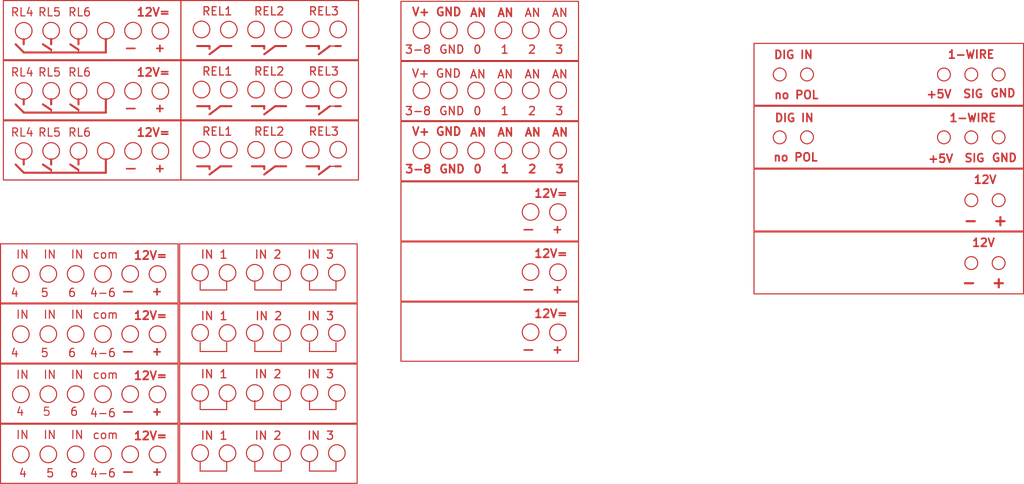
<source format=kicad_pcb>
(kicad_pcb
	(version 20241229)
	(generator "pcbnew")
	(generator_version "9.0")
	(general
		(thickness 1.6)
		(legacy_teardrops no)
	)
	(paper "A4")
	(layers
		(0 "F.Cu" signal)
		(2 "B.Cu" signal)
		(9 "F.Adhes" user "F.Adhesive")
		(11 "B.Adhes" user "B.Adhesive")
		(13 "F.Paste" user)
		(15 "B.Paste" user)
		(5 "F.SilkS" user "F.Silkscreen")
		(7 "B.SilkS" user "B.Silkscreen")
		(1 "F.Mask" user)
		(3 "B.Mask" user)
		(17 "Dwgs.User" user "User.Drawings")
		(19 "Cmts.User" user "User.Comments")
		(21 "Eco1.User" user "User.Eco1")
		(23 "Eco2.User" user "User.Eco2")
		(25 "Edge.Cuts" user)
		(27 "Margin" user)
		(31 "F.CrtYd" user "F.Courtyard")
		(29 "B.CrtYd" user "B.Courtyard")
		(35 "F.Fab" user)
		(33 "B.Fab" user)
		(39 "User.1" user)
		(41 "User.2" user)
		(43 "User.3" user)
		(45 "User.4" user)
	)
	(setup
		(pad_to_mask_clearance 0)
		(allow_soldermask_bridges_in_footprints no)
		(tenting front back)
		(grid_origin 86.36 49.495026)
		(pcbplotparams
			(layerselection 0x00000000_00000000_55555555_5755f5ff)
			(plot_on_all_layers_selection 0x00000000_00000000_00000000_00000000)
			(disableapertmacros no)
			(usegerberextensions no)
			(usegerberattributes yes)
			(usegerberadvancedattributes yes)
			(creategerberjobfile yes)
			(dashed_line_dash_ratio 12.000000)
			(dashed_line_gap_ratio 3.000000)
			(svgprecision 4)
			(plotframeref no)
			(mode 1)
			(useauxorigin no)
			(hpglpennumber 1)
			(hpglpenspeed 20)
			(hpglpendiameter 15.000000)
			(pdf_front_fp_property_popups yes)
			(pdf_back_fp_property_popups yes)
			(pdf_metadata yes)
			(pdf_single_document no)
			(dxfpolygonmode yes)
			(dxfimperialunits yes)
			(dxfusepcbnewfont yes)
			(psnegative no)
			(psa4output no)
			(plot_black_and_white yes)
			(sketchpadsonfab no)
			(plotpadnumbers no)
			(hidednponfab no)
			(sketchdnponfab yes)
			(crossoutdnponfab yes)
			(subtractmaskfromsilk no)
			(outputformat 1)
			(mirror no)
			(drillshape 1)
			(scaleselection 1)
			(outputdirectory "")
		)
	)
	(net 0 "")
	(gr_line
		(start 54.353726 72.089848)
		(end 54.353726 73.039026)
		(stroke
			(width 0.381)
			(type solid)
		)
		(layer "F.Cu")
		(uuid "00f1dac8-f70b-42fd-80f2-2024c874e171")
	)
	(gr_circle
		(center 148.567726 104.200782)
		(end 147.021452 104.200782)
		(stroke
			(width 0.2)
			(type solid)
		)
		(fill no)
		(layer "F.Cu")
		(uuid "016cf7a7-639b-4a2a-a93c-553f2a07f86a")
	)
	(gr_line
		(start 88.888863 73.371026)
		(end 88.888863 73.879026)
		(stroke
			(width 0.381)
			(type solid)
		)
		(layer "F.Cu")
		(uuid "01b6393f-2e02-4731-96d8-6eb781baddb2")
	)
	(gr_line
		(start 69.616 83.243574)
		(end 69.616 85.739026)
		(stroke
			(width 0.381)
			(type solid)
		)
		(layer "F.Cu")
		(uuid "02125df8-014d-4fbe-abb8-2b542b3c2d65")
	)
	(gr_circle
		(center 58.928 138.0853)
		(end 58.547 136.5867)
		(stroke
			(width 0.2)
			(type default)
		)
		(fill no)
		(layer "F.Cu")
		(uuid "0226b4a3-3831-49a1-9998-61e852ca8df0")
	)
	(gr_circle
		(center 97.292 126.688752)
		(end 97.673 128.187352)
		(stroke
			(width 0.2)
			(type default)
		)
		(fill no)
		(layer "F.Cu")
		(uuid "0287fd87-9e5a-4f29-8c12-7c6628ea5dfc")
	)
	(gr_circle
		(center 64.536 70.5213)
		(end 64.155 69.0227)
		(stroke
			(width 0.2)
			(type default)
		)
		(fill no)
		(layer "F.Cu")
		(uuid "02bf8b4b-81da-44cf-92d9-15c90225334e")
	)
	(gr_circle
		(center 133.372274 70.464544)
		(end 134.918548 70.464544)
		(stroke
			(width 0.2)
			(type solid)
		)
		(fill no)
		(layer "F.Cu")
		(uuid "02fd5661-1829-415e-91f0-d00c35ca1eec")
	)
	(gr_circle
		(center 107.452 115.512752)
		(end 107.833 117.011352)
		(stroke
			(width 0.2)
			(type default)
		)
		(fill no)
		(layer "F.Cu")
		(uuid "05f39428-6c04-400b-bf71-ff79e53ad15e")
	)
	(gr_circle
		(center 53.825726 126.931574)
		(end 53.444726 125.432974)
		(stroke
			(width 0.2)
			(type default)
		)
		(fill no)
		(layer "F.Cu")
		(uuid "0764c086-dad4-482c-ba91-474efe7561bf")
	)
	(gr_line
		(start 97.314274 117.036752)
		(end 97.314274 118.710026)
		(stroke
			(width 0.2)
			(type default)
		)
		(layer "F.Cu")
		(uuid "07e5b716-4506-4cdf-b5f6-6a4e2534bc73")
	)
	(gr_line
		(start 111.252 84.547026)
		(end 109.22 86.071026)
		(stroke
			(width 0.381)
			(type solid)
		)
		(layer "F.Cu")
		(uuid "0aaf706a-0cee-475d-afc8-79528382bd08")
	)
	(gr_rect
		(start 83.576 76.087026)
		(end 116.576 87.087026)
		(stroke
			(width 0.2)
			(type solid)
		)
		(fill no)
		(layer "F.Cu")
		(uuid "0b7586ce-f50a-49e6-b739-8c5f1b5b62f5")
	)
	(gr_circle
		(center 230.4756 113.706226)
		(end 231.6756 113.706226)
		(stroke
			(width 0.2)
			(type solid)
		)
		(fill no)
		(layer "F.Cu")
		(uuid "0c193e64-5ceb-43d1-92d9-2c1d79d3d7e0")
	)
	(gr_circle
		(center 102.616 70.300752)
		(end 102.997 71.799352)
		(stroke
			(width 0.2)
			(type default)
		)
		(fill no)
		(layer "F.Cu")
		(uuid "0c1b016c-04f4-4bfc-84ce-7f0b062166dc")
	)
	(gr_line
		(start 59.456 83.243574)
		(end 59.456 84.215026)
		(stroke
			(width 0.381)
			(type solid)
		)
		(layer "F.Cu")
		(uuid "0d746805-6261-430c-9698-c332b619a24d")
	)
	(gr_circle
		(center 107.452 126.688752)
		(end 107.833 128.187352)
		(stroke
			(width 0.2)
			(type default)
		)
		(fill no)
		(layer "F.Cu")
		(uuid "0f6b6061-ff1a-4ee8-a87a-e9affdad32d0")
	)
	(gr_line
		(start 54.376 74.563026)
		(end 52.852 73.039026)
		(stroke
			(width 0.381)
			(type solid)
		)
		(layer "F.Cu")
		(uuid "0f913817-48b4-4e05-a252-dbebd2da6358")
	)
	(gr_circle
		(center 74.145726 149.246782)
		(end 72.599452 149.246782)
		(stroke
			(width 0.2)
			(type solid)
		)
		(fill no)
		(layer "F.Cu")
		(uuid "0ff9c284-cc87-4efc-a260-33d9f4d99925")
	)
	(gr_line
		(start 111.252 95.723026)
		(end 109.22 97.247026)
		(stroke
			(width 0.381)
			(type solid)
		)
		(layer "F.Cu")
		(uuid "104be172-028b-4925-b314-ed4e732dd04b")
	)
	(gr_line
		(start 92.952863 84.547026)
		(end 91.959137 84.547026)
		(stroke
			(width 0.381)
			(type solid)
		)
		(layer "F.Cu")
		(uuid "10bf2a84-3f75-4e0c-ad84-2772a05bf4e6")
	)
	(gr_rect
		(start 83.576 64.911026)
		(end 116.576 75.911026)
		(stroke
			(width 0.2)
			(type solid)
		)
		(fill no)
		(layer "F.Cu")
		(uuid "11f272b5-4a49-41cb-82bb-e9d818dc9064")
	)
	(gr_line
		(start 87.154274 150.691752)
		(end 87.154274 152.365026)
		(stroke
			(width 0.2)
			(type default)
		)
		(layer "F.Cu")
		(uuid "12300db2-8d7f-4b33-bf4a-eeafaaf0cbaf")
	)
	(gr_line
		(start 112.290274 73.371026)
		(end 111.252 73.371026)
		(stroke
			(width 0.2)
			(type default)
		)
		(layer "F.Cu")
		(uuid "14e7eb05-b714-44b9-a276-8b0cf9a8304f")
	)
	(gr_circle
		(center 143.51 92.802026)
		(end 143.891 94.300626)
		(stroke
			(width 0.2)
			(type default)
		)
		(fill no)
		(layer "F.Cu")
		(uuid "169ac044-54d1-4e7c-a633-e708c06fc099")
	)
	(gr_circle
		(center 112.554274 115.490478)
		(end 112.935274 116.989078)
		(stroke
			(width 0.2)
			(type default)
		)
		(fill no)
		(layer "F.Cu")
		(uuid "17241b76-354a-486c-9091-828c55b31732")
	)
	(gr_circle
		(center 87.398274 92.630478)
		(end 88.944548 92.630478)
		(stroke
			(width 0.2)
			(type solid)
		)
		(fill no)
		(layer "F.Cu")
		(uuid "1a640a34-d1ac-4268-b00a-8f4de3bd54ef")
	)
	(gr_line
		(start 64.536 72.067574)
		(end 64.536 73.039026)
		(stroke
			(width 0.381)
			(type solid)
		)
		(layer "F.Cu")
		(uuid "1ad04f8e-d454-4f72-95c0-a4d230eaa55c")
	)
	(gr_circle
		(center 97.292 115.512752)
		(end 97.673 117.011352)
		(stroke
			(width 0.2)
			(type default)
		)
		(fill no)
		(layer "F.Cu")
		(uuid "1aeecab5-d995-4a8e-a355-88dfc255e9a5")
	)
	(gr_line
		(start 101.092 84.547026)
		(end 99.06 86.071026)
		(stroke
			(width 0.381)
			(type solid)
		)
		(layer "F.Cu")
		(uuid "1c30045a-da25-4c6b-bc60-6824efdd0d87")
	)
	(gr_circle
		(center 107.452 137.864752)
		(end 107.833 139.363352)
		(stroke
			(width 0.2)
			(type default)
		)
		(fill no)
		(layer "F.Cu")
		(uuid "1e343ef3-e19f-40e6-9d58-a5eb23a8dc96")
	)
	(gr_circle
		(center 138.43 81.626026)
		(end 138.811 83.124626)
		(stroke
			(width 0.2)
			(type default)
		)
		(fill no)
		(layer "F.Cu")
		(uuid "1eefc819-3d22-4292-858d-7e95901e1306")
	)
	(gr_line
		(start 64.536 83.243574)
		(end 64.536 84.215026)
		(stroke
			(width 0.381)
			(type solid)
		)
		(layer "F.Cu")
		(uuid "1fb37565-9ba1-4afb-bc14-f8ecfe42739c")
	)
	(gr_rect
		(start 50.576 64.911026)
		(end 83.576 75.911026)
		(stroke
			(width 0.2)
			(type solid)
		)
		(fill no)
		(layer "F.Cu")
		(uuid "21a9afe8-3df8-4f15-8e97-c34bab4d1776")
	)
	(gr_line
		(start 91.959137 84.547026)
		(end 90.920863 84.547026)
		(stroke
			(width 0.381)
			(type solid)
		)
		(layer "F.Cu")
		(uuid "256741ba-b606-4709-a1c5-19ddf6fd0b4b")
	)
	(gr_circle
		(center 143.51 70.450026)
		(end 143.891 71.948626)
		(stroke
			(width 0.2)
			(type default)
		)
		(fill no)
		(layer "F.Cu")
		(uuid "26d11c81-7e7e-4c2c-bfd9-0ce324a4f354")
	)
	(gr_line
		(start 113.284 84.547026)
		(end 112.290274 84.547026)
		(stroke
			(width 0.381)
			(type solid)
		)
		(layer "F.Cu")
		(uuid "287043f5-de1b-4a29-b71e-0f373f702bdf")
	)
	(gr_circle
		(center 199.9448 78.654226)
		(end 201.1448 78.654226)
		(stroke
			(width 0.2)
			(type solid)
		)
		(fill no)
		(layer "F.Cu")
		(uuid "2959ce84-374c-47af-a0d9-8715e54e08fa")
	)
	(gr_line
		(start 54.353726 94.441848)
		(end 54.353726 95.391026)
		(stroke
			(width 0.381)
			(type solid)
		)
		(layer "F.Cu")
		(uuid "2c22b60c-20b6-4e0e-b03a-3175f2c19eb1")
	)
	(gr_circle
		(center 58.928 115.7333)
		(end 58.547 114.2347)
		(stroke
			(width 0.2)
			(type default)
		)
		(fill no)
		(layer "F.Cu")
		(uuid "2da577f3-4bf1-4f30-be1f-4dcf699e3820")
	)
	(gr_rect
		(start 190.0856 72.875426)
		(end 240.1824 84.375426)
		(stroke
			(width 0.2)
			(type solid)
		)
		(fill no)
		(layer "F.Cu")
		(uuid "3088e2da-9cad-46b1-ac9a-f44011a52245")
	)
	(gr_line
		(start 112.395 140.935026)
		(end 112.395 139.298544)
		(stroke
			(width 0.2)
			(type default)
		)
		(layer "F.Cu")
		(uuid "3266157a-41b6-49e4-9e7e-4df6b1f79ac6")
	)
	(gr_circle
		(center 102.372 137.864752)
		(end 102.753 139.363352)
		(stroke
			(width 0.2)
			(type default)
		)
		(fill no)
		(layer "F.Cu")
		(uuid "32d7f198-3509-4cac-94e0-db6d141b49b9")
	)
	(gr_line
		(start 88.888863 84.547026)
		(end 88.888863 85.055026)
		(stroke
			(width 0.381)
			(type solid)
		)
		(layer "F.Cu")
		(uuid "3323b31f-f6be-41ce-8a32-14d4c3b42b6d")
	)
	(gr_circle
		(center 194.8608 90.338226)
		(end 196.0608 90.338226)
		(stroke
			(width 0.2)
			(type solid)
		)
		(fill no)
		(layer "F.Cu")
		(uuid "33f93da0-11a0-47b1-a557-499093c4335d")
	)
	(gr_line
		(start 112.395 130.140026)
		(end 112.395 128.503544)
		(stroke
			(width 0.2)
			(type default)
		)
		(layer "F.Cu")
		(uuid "35a95378-35ec-4385-b139-bafc470429d8")
	)
	(gr_line
		(start 107.474274 152.365026)
		(end 112.395 152.365026)
		(stroke
			(width 0.2)
			(type default)
		)
		(layer "F.Cu")
		(uuid "36229762-b979-4f80-a0c2-4af6453ba17f")
	)
	(gr_circle
		(center 69.088 126.9093)
		(end 68.707 125.4107)
		(stroke
			(width 0.2)
			(type default)
		)
		(fill no)
		(layer "F.Cu")
		(uuid "37f01e55-354f-40a6-9641-84a7574273e8")
	)
	(gr_line
		(start 59.456 72.067574)
		(end 59.456 73.039026)
		(stroke
			(width 0.381)
			(type solid)
		)
		(layer "F.Cu")
		(uuid "3a2af593-2885-4d6d-9d25-99033a061fc9")
	)
	(gr_circle
		(center 58.928 149.2613)
		(end 58.547 147.7627)
		(stroke
			(width 0.2)
			(type default)
		)
		(fill no)
		(layer "F.Cu")
		(uuid "3b6bd089-3210-40cb-a104-0dc3319ede4a")
	)
	(gr_line
		(start 54.376 96.915026)
		(end 52.852 95.391026)
		(stroke
			(width 0.381)
			(type solid)
		)
		(layer "F.Cu")
		(uuid "3b8a758c-c8ec-41a8-81ed-134483f84591")
	)
	(gr_circle
		(center 74.673726 92.858782)
		(end 73.127452 92.858782)
		(stroke
			(width 0.2)
			(type solid)
		)
		(fill no)
		(layer "F.Cu")
		(uuid "3ea9f4dd-bd80-48a0-bb1a-6e8b532629ae")
	)
	(gr_line
		(start 86.602863 73.371026)
		(end 88.888863 73.371026)
		(stroke
			(width 0.381)
			(type solid)
		)
		(layer "F.Cu")
		(uuid "3ebe23ec-7e5a-4f6d-bf68-db5736873b8f")
	)
	(gr_line
		(start 87.154274 152.365026)
		(end 92.075 152.365026)
		(stroke
			(width 0.2)
			(type default)
		)
		(layer "F.Cu")
		(uuid "3ec34e42-b769-433f-a7f9-17f77c53de3d")
	)
	(gr_circle
		(center 79.225726 115.755574)
		(end 77.679452 115.755574)
		(stroke
			(width 0.2)
			(type solid)
		)
		(fill no)
		(layer "F.Cu")
		(uuid "421a17d9-a990-4119-81d2-4c27a2de01d0")
	)
	(gr_rect
		(start 124.47 120.957026)
		(end 157.47 131.957026)
		(stroke
			(width 0.2)
			(type solid)
		)
		(fill no)
		(layer "F.Cu")
		(uuid "423e6759-88ce-498a-8178-2fcb3de3429e")
	)
	(gr_circle
		(center 102.372 149.040752)
		(end 102.753 150.539352)
		(stroke
			(width 0.2)
			(type default)
		)
		(fill no)
		(layer "F.Cu")
		(uuid "42ff9922-542b-48d1-8a3c-6f59466c8001")
	)
	(gr_circle
		(center 69.088 149.2613)
		(end 68.707 147.7627)
		(stroke
			(width 0.2)
			(type default)
		)
		(fill no)
		(layer "F.Cu")
		(uuid "45fa5866-ec70-4074-9b5c-a249a91b445a")
	)
	(gr_line
		(start 107.474274 130.140026)
		(end 112.395 130.140026)
		(stroke
			(width 0.2)
			(type default)
		)
		(layer "F.Cu")
		(uuid "469b8d5a-df26-4e1c-98ca-4a09443b95c0")
	)
	(gr_line
		(start 107.474274 139.261752)
		(end 107.474274 140.935026)
		(stroke
			(width 0.2)
			(type default)
		)
		(layer "F.Cu")
		(uuid "47af712e-8d81-4fb9-85c9-633b41aebf2a")
	)
	(gr_circle
		(center 64.536 92.8733)
		(end 64.155 91.3747)
		(stroke
			(width 0.2)
			(type default)
		)
		(fill no)
		(layer "F.Cu")
		(uuid "483922aa-fe6c-4c7b-b9a1-99707170b930")
	)
	(gr_line
		(start 106.934 84.547026)
		(end 109.22 84.547026)
		(stroke
			(width 0.381)
			(type solid)
		)
		(layer "F.Cu")
		(uuid "4b598791-6224-4d16-ac19-bb7eb95ebd79")
	)
	(gr_line
		(start 112.395 118.710026)
		(end 112.395 117.073544)
		(stroke
			(width 0.2)
			(type default)
		)
		(layer "F.Cu")
		(uuid "4c858d55-bfc9-4ea9-877e-a2d2420e64fe")
	)
	(gr_line
		(start 64.536 85.231026)
		(end 63.012 84.215026)
		(stroke
			(width 0.381)
			(type solid)
		)
		(layer "F.Cu")
		(uuid "4cf95111-5e1f-4ce9-be0e-15032d6f7e99")
	)
	(gr_line
		(start 102.235 118.710026)
		(end 102.235 117.073544)
		(stroke
			(width 0.2)
			(type default)
		)
		(layer "F.Cu")
		(uuid "4df7af2c-2784-4d74-accb-678ab07f868a")
	)
	(gr_circle
		(center 199.9408 90.338226)
		(end 201.1408 90.338226)
		(stroke
			(width 0.2)
			(type solid)
		)
		(fill no)
		(layer "F.Cu")
		(uuid "4e07a12b-ee67-4a05-9d94-b39e132229f0")
	)
	(gr_circle
		(center 92.478274 70.31527)
		(end 94.024548 70.31527)
		(stroke
			(width 0.2)
			(type solid)
		)
		(fill no)
		(layer "F.Cu")
		(uuid "4e245777-f1cc-4d9f-ad73-400363df142c")
	)
	(gr_line
		(start 92.952863 95.723026)
		(end 91.959137 95.723026)
		(stroke
			(width 0.381)
			(type solid)
		)
		(layer "F.Cu")
		(uuid "51e9f69b-1662-4234-94c6-20c71998542a")
	)
	(gr_circle
		(center 153.692274 92.779752)
		(end 154.073274 94.278352)
		(stroke
			(width 0.2)
			(type default)
		)
		(fill no)
		(layer "F.Cu")
		(uuid "52e1fe46-b3e3-4094-b2e7-184c6b29e9e8")
	)
	(gr_line
		(start 107.474274 140.935026)
		(end 112.395 140.935026)
		(stroke
			(width 0.2)
			(type default)
		)
		(layer "F.Cu")
		(uuid "54918eb5-993c-4ab4-aa84-300c998b967a")
	)
	(gr_circle
		(center 87.398274 81.454478)
		(end 88.944548 81.454478)
		(stroke
			(width 0.2)
			(type solid)
		)
		(fill no)
		(layer "F.Cu")
		(uuid "562a62cd-2734-4740-ac6b-a4cf874cf372")
	)
	(gr_circle
		(center 79.225726 149.283574)
		(end 77.679452 149.283574)
		(stroke
			(width 0.2)
			(type solid)
		)
		(fill no)
		(layer "F.Cu")
		(uuid "5672c780-a126-40fc-948b-43c125e2553a")
	)
	(gr_circle
		(center 97.536 70.300752)
		(end 97.917 71.799352)
		(stroke
			(width 0.2)
			(type default)
		)
		(fill no)
		(layer "F.Cu")
		(uuid "58642805-2b68-485d-afa7-3ae2d2748dff")
	)
	(gr_line
		(start 54.353726 83.265848)
		(end 54.353726 84.215026)
		(stroke
			(width 0.381)
			(type solid)
		)
		(layer "F.Cu")
		(uuid "59cbb2ba-ca74-4eb5-95cd-ed3ed41ec8a7")
	)
	(gr_circle
		(center 92.234274 137.87927)
		(end 93.780548 137.87927)
		(stroke
			(width 0.2)
			(type solid)
		)
		(fill no)
		(layer "F.Cu")
		(uuid "5a7e492e-c001-46c6-ba88-8cf46b919fea")
	)
	(gr_circle
		(center 128.292274 92.779752)
		(end 129.838548 92.779752)
		(stroke
			(width 0.2)
			(type solid)
		)
		(fill no)
		(layer "F.Cu")
		(uuid "5b2d05e3-923a-46d0-993f-1ad6c3eb688f")
	)
	(gr_circle
		(center 102.372 126.688752)
		(end 102.753 128.187352)
		(stroke
			(width 0.2)
			(type default)
		)
		(fill no)
		(layer "F.Cu")
		(uuid "5b58338d-d263-4248-a08a-b8c7fd5af6f0")
	)
	(gr_circle
		(center 74.145726 126.894782)
		(end 72.599452 126.894782)
		(stroke
			(width 0.2)
			(type solid)
		)
		(fill no)
		(layer "F.Cu")
		(uuid "5d1ed718-6b6d-4bd9-b65c-9784d1a0402b")
	)
	(gr_line
		(start 97.314274 130.140026)
		(end 102.235 130.140026)
		(stroke
			(width 0.2)
			(type default)
		)
		(layer "F.Cu")
		(uuid "5d2380cc-6aac-46c9-b4eb-8762864c5675")
	)
	(gr_circle
		(center 92.234274 115.52727)
		(end 93.780548 115.52727)
		(stroke
			(width 0.2)
			(type solid)
		)
		(fill no)
		(layer "F.Cu")
		(uuid "5da0625f-e403-4c5c-8533-3f99afb4c164")
	)
	(gr_line
		(start 54.376 85.739026)
		(end 52.852 84.215026)
		(stroke
			(width 0.381)
			(type solid)
		)
		(layer "F.Cu")
		(uuid "5dd4f343-041b-4fb8-878a-a49cc1ff4d73")
	)
	(gr_line
		(start 86.602863 84.547026)
		(end 88.888863 84.547026)
		(stroke
			(width 0.381)
			(type solid)
		)
		(layer "F.Cu")
		(uuid "5e360244-5ffe-4a69-a249-f0b8599e897c")
	)
	(gr_circle
		(center 64.008 149.2613)
		(end 63.627 147.7627)
		(stroke
			(width 0.2)
			(type default)
		)
		(fill no)
		(layer "F.Cu")
		(uuid "5e491e21-b5ba-4cd9-981c-f81e8ad8da61")
	)
	(gr_line
		(start 109.22 95.723026)
		(end 109.22 96.231026)
		(stroke
			(width 0.381)
			(type solid)
		)
		(layer "F.Cu")
		(uuid "5e8b62b4-9db1-4139-b2f7-9d57d2ef6ea2")
	)
	(gr_circle
		(center 97.536 81.476752)
		(end 97.917 82.975352)
		(stroke
			(width 0.2)
			(type default)
		)
		(fill no)
		(layer "F.Cu")
		(uuid "615e2dbf-4309-4739-8559-527c5622a766")
	)
	(gr_line
		(start 107.474274 128.466752)
		(end 107.474274 130.140026)
		(stroke
			(width 0.2)
			(type default)
		)
		(layer "F.Cu")
		(uuid "63240d2f-5f4d-4122-b94a-f43dc3d3e31d")
	)
	(gr_circle
		(center 69.616 92.8733)
		(end 69.235 91.3747)
		(stroke
			(width 0.2)
			(type default)
		)
		(fill no)
		(layer "F.Cu")
		(uuid "64b94287-4962-4974-8bd8-baa929cde103")
	)
	(gr_circle
		(center 148.567726 115.376782)
		(end 147.021452 115.376782)
		(stroke
			(width 0.2)
			(type solid)
		)
		(fill no)
		(layer "F.Cu")
		(uuid "65233006-bb33-4e99-a111-c1de834261e8")
	)
	(gr_line
		(start 69.616 74.563026)
		(end 54.376 74.563026)
		(stroke
			(width 0.381)
			(type solid)
		)
		(layer "F.Cu")
		(uuid "66e1b622-68ca-409e-8916-3e64007c7185")
	)
	(gr_circle
		(center 225.3916 90.338226)
		(end 226.5916 90.338226)
		(stroke
			(width 0.2)
			(type solid)
		)
		(fill no)
		(layer "F.Cu")
		(uuid "69545727-aa26-4bb9-a035-ad44dd9e37d3")
	)
	(gr_rect
		(start 83.576 87.263026)
		(end 116.576 98.263026)
		(stroke
			(width 0.2)
			(type solid)
		)
		(fill no)
		(layer "F.Cu")
		(uuid "6ab289c4-dfbf-484e-a016-ce5b4a1ab797")
	)
	(gr_line
		(start 92.952863 73.371026)
		(end 91.959137 73.371026)
		(stroke
			(width 0.381)
			(type solid)
		)
		(layer "F.Cu")
		(uuid "6ac17159-36d8-4a9a-9d5d-d6c961af76b3")
	)
	(gr_line
		(start 92.075 152.365026)
		(end 92.075 150.728544)
		(stroke
			(width 0.2)
			(type default)
		)
		(layer "F.Cu")
		(uuid "6c60457e-0756-48ad-92b4-410cb2fbb1a3")
	)
	(gr_line
		(start 64.536 74.055026)
		(end 63.012 73.039026)
		(stroke
			(width 0.381)
			(type solid)
		)
		(layer "F.Cu")
		(uuid "6e3ded7a-5531-44b5-a969-0b02afb6ed78")
	)
	(gr_circle
		(center 138.43 92.802026)
		(end 138.811 94.300626)
		(stroke
			(width 0.2)
			(type default)
		)
		(fill no)
		(layer "F.Cu")
		(uuid "6e85e3dc-c034-4e35-80f7-5c3b9835da1d")
	)
	(gr_circle
		(center 102.616 81.476752)
		(end 102.997 82.975352)
		(stroke
			(width 0.2)
			(type default)
		)
		(fill no)
		(layer "F.Cu")
		(uuid "6f0fac2c-f255-4cb1-9d25-f0df4d5ff850")
	)
	(gr_circle
		(center 235.5516 90.338226)
		(end 236.7516 90.338226)
		(stroke
			(width 0.2)
			(type solid)
		)
		(fill no)
		(layer "F.Cu")
		(uuid "702c9c1a-e409-479c-9892-71497b43115b")
	)
	(gr_circle
		(center 97.536 92.652752)
		(end 97.917 94.151352)
		(stroke
			(width 0.2)
			(type default)
		)
		(fill no)
		(layer "F.Cu")
		(uuid "70bc43db-c6da-43fd-9654-148a56ff81e6")
	)
	(gr_line
		(start 97.314274 152.365026)
		(end 102.235 152.365026)
		(stroke
			(width 0.2)
			(type default)
		)
		(layer "F.Cu")
		(uuid "712bcc9e-993c-46d1-a1ae-6acba8d81f85")
	)
	(gr_circle
		(center 79.753726 92.895574)
		(end 78.207452 92.895574)
		(stroke
			(width 0.2)
			(type solid)
		)
		(fill no)
		(layer "F.Cu")
		(uuid "73545c87-7535-405c-909b-2e365bc9ada1")
	)
	(gr_circle
		(center 235.5556 78.654226)
		(end 236.7556 78.654226)
		(stroke
			(width 0.2)
			(type solid)
		)
		(fill no)
		(layer "F.Cu")
		(uuid "7500c49f-7f7e-471a-b9b4-3557fbf51a5f")
	)
	(gr_rect
		(start 124.47 109.781026)
		(end 157.47 120.781026)
		(stroke
			(width 0.2)
			(type solid)
		)
		(fill no)
		(layer "F.Cu")
		(uuid "7599a5e0-5c46-44f3-acee-90f7bbcb417c")
	)
	(gr_circle
		(center 128.292274 81.603752)
		(end 129.838548 81.603752)
		(stroke
			(width 0.2)
			(type solid)
		)
		(fill no)
		(layer "F.Cu")
		(uuid "75e20db1-85bd-43be-be47-47cd9b90b61a")
	)
	(gr_circle
		(center 59.456 81.6973)
		(end 59.075 80.1987)
		(stroke
			(width 0.2)
			(type default)
		)
		(fill no)
		(layer "F.Cu")
		(uuid "76019116-9ab1-41e1-a151-f8dca95ee92b")
	)
	(gr_line
		(start 87.154274 140.935026)
		(end 92.075 140.935026)
		(stroke
			(width 0.2)
			(type default)
		)
		(layer "F.Cu")
		(uuid "76ca9d01-c844-4977-a421-b497ea67bfae")
	)
	(gr_circle
		(center 112.798274 92.630478)
		(end 113.179274 94.129078)
		(stroke
			(width 0.2)
			(type default)
		)
		(fill no)
		(layer "F.Cu")
		(uuid "77ec9417-d606-49ac-a6c7-03155d78e2ff")
	)
	(gr_circle
		(center 225.3956 78.654226)
		(end 226.5956 78.654226)
		(stroke
			(width 0.2)
			(type solid)
		)
		(fill no)
		(layer "F.Cu")
		(uuid "7883c439-07c8-4713-957c-b39613ee548e")
	)
	(gr_rect
		(start 83.332 121.299026)
		(end 116.332 132.299026)
		(stroke
			(width 0.2)
			(type solid)
		)
		(fill no)
		(layer "F.Cu")
		(uuid "7947804f-5de8-4a7e-a060-c6e0d751ebc0")
	)
	(gr_line
		(start 107.474274 118.710026)
		(end 112.395 118.710026)
		(stroke
			(width 0.2)
			(type default)
		)
		(layer "F.Cu")
		(uuid "7951416c-a8fe-439f-82b8-a394bb6c984f")
	)
	(gr_line
		(start 88.888863 95.723026)
		(end 88.888863 96.231026)
		(stroke
			(width 0.381)
			(type solid)
		)
		(layer "F.Cu")
		(uuid "7957c139-7c43-4999-ad46-7283bf7ab130")
	)
	(gr_line
		(start 92.075 140.935026)
		(end 92.075 139.298544)
		(stroke
			(width 0.2)
			(type default)
		)
		(layer "F.Cu")
		(uuid "7a5eb6d7-ed4d-4448-8cd9-be1e1fce6b4d")
	)
	(gr_line
		(start 69.616 96.915026)
		(end 54.376 96.915026)
		(stroke
			(width 0.381)
			(type solid)
		)
		(layer "F.Cu")
		(uuid "7b427f39-6c34-4ebd-83c3-59cfe9c1d1ba")
	)
	(gr_line
		(start 87.154274 118.710026)
		(end 92.075 118.710026)
		(stroke
			(width 0.2)
			(type default)
		)
		(layer "F.Cu")
		(uuid "7b8587ea-baf3-4cd3-96ba-169635a3c544")
	)
	(gr_line
		(start 69.616 85.739026)
		(end 54.376 85.739026)
		(stroke
			(width 0.381)
			(type solid)
		)
		(layer "F.Cu")
		(uuid "7d969f98-1091-4e62-87b0-9cfe74e41a7f")
	)
	(gr_line
		(start 102.130274 95.723026)
		(end 101.092 95.723026)
		(stroke
			(width 0.381)
			(type solid)
		)
		(layer "F.Cu")
		(uuid "7e5f0a08-2e1f-4e5e-839d-15d08e1183a8")
	)
	(gr_line
		(start 86.602863 95.723026)
		(end 88.888863 95.723026)
		(stroke
			(width 0.381)
			(type solid)
		)
		(layer "F.Cu")
		(uuid "7f0fa5e7-51c1-472b-9c63-c04c62d6a879")
	)
	(gr_line
		(start 96.774 73.371026)
		(end 99.06 73.371026)
		(stroke
			(width 0.381)
			(type solid)
		)
		(layer "F.Cu")
		(uuid "7f4062d7-8265-48ac-aae1-4d7d75b76905")
	)
	(gr_circle
		(center 53.825726 138.107574)
		(end 53.444726 136.608974)
		(stroke
			(width 0.2)
			(type default)
		)
		(fill no)
		(layer "F.Cu")
		(uuid "7fef8f5a-1b97-443f-9c56-f3df4730c04f")
	)
	(gr_circle
		(center 128.292274 70.427752)
		(end 129.838548 70.427752)
		(stroke
			(width 0.2)
			(type solid)
		)
		(fill no)
		(layer "F.Cu")
		(uuid "814747c2-b5be-4db9-97f5-1cae1ac09016")
	)
	(gr_line
		(start 91.959137 95.723026)
		(end 90.920863 95.723026)
		(stroke
			(width 0.381)
			(type solid)
		)
		(layer "F.Cu")
		(uuid "81d5e141-aafb-454e-8e96-6a27ecef6a5a")
	)
	(gr_line
		(start 59.456 85.231026)
		(end 57.932 84.215026)
		(stroke
			(width 0.381)
			(type solid)
		)
		(layer "F.Cu")
		(uuid "8383a4d2-b7f6-4743-853d-6088f74f29e2")
	)
	(gr_line
		(start 103.124 95.723026)
		(end 102.130274 95.723026)
		(stroke
			(width 0.381)
			(type solid)
		)
		(layer "F.Cu")
		(uuid "83c4f12d-b70a-4b23-8684-e03f213b8c07")
	)
	(gr_rect
		(start 50.576 87.263026)
		(end 83.576 98.263026)
		(stroke
			(width 0.2)
			(type solid)
		)
		(fill no)
		(layer "F.Cu")
		(uuid "83d47ba6-51ca-4a7a-a23c-2d794ad6f64a")
	)
	(gr_circle
		(center 148.59 70.450026)
		(end 148.971 71.948626)
		(stroke
			(width 0.2)
			(type default)
		)
		(fill no)
		(layer "F.Cu")
		(uuid "840c2e11-c983-4678-aca0-0ba584d3d830")
	)
	(gr_circle
		(center 87.154274 115.490478)
		(end 88.678274 115.490478)
		(stroke
			(width 0.2)
			(type solid)
		)
		(fill no)
		(layer "F.Cu")
		(uuid "84226e45-3783-42ba-945d-b08a53304e6f")
	)
	(gr_line
		(start 103.124 84.547026)
		(end 102.130274 84.547026)
		(stroke
			(width 0.381)
			(type solid)
		)
		(layer "F.Cu")
		(uuid "8756b782-4530-4565-9c3d-13ddcada1eae")
	)
	(gr_line
		(start 59.456 85.739026)
		(end 59.456 85.231026)
		(stroke
			(width 0.2)
			(type default)
		)
		(layer "F.Cu")
		(uuid "8840aec7-4e8e-4b3e-a597-c95ecc15cfb6")
	)
	(gr_line
		(start 113.284 73.371026)
		(end 112.290274 73.371026)
		(stroke
			(width 0.381)
			(type solid)
		)
		(layer "F.Cu")
		(uuid "89290a43-681b-4c01-b680-644024d51e61")
	)
	(gr_circle
		(center 112.554274 137.842478)
		(end 112.935274 139.341078)
		(stroke
			(width 0.2)
			(type default)
		)
		(fill no)
		(layer "F.Cu")
		(uuid "89976169-9145-4f18-90eb-ba81822537d7")
	)
	(gr_circle
		(center 54.353726 70.543574)
		(end 53.972726 69.044974)
		(stroke
			(width 0.2)
			(type default)
		)
		(fill no)
		(layer "F.Cu")
		(uuid "8999f044-dee4-40f6-971f-53b50525792f")
	)
	(gr_line
		(start 101.092 95.723026)
		(end 99.06 97.247026)
		(stroke
			(width 0.381)
			(type solid)
		)
		(layer "F.Cu")
		(uuid "8a34cc4f-a425-4a16-b55c-353b7a8ca4b4")
	)
	(gr_rect
		(start 83.332 110.123026)
		(end 116.332 121.123026)
		(stroke
			(width 0.2)
			(type solid)
		)
		(fill no)
		(layer "F.Cu")
		(uuid "8d16246f-e30b-4702-b50e-262d531aec6f")
	)
	(gr_circle
		(center 148.59 92.802026)
		(end 148.971 94.300626)
		(stroke
			(width 0.2)
			(type default)
		)
		(fill no)
		(layer "F.Cu")
		(uuid "8d9ef736-c72e-4b31-9471-464231655b7f")
	)
	(gr_line
		(start 64.536 74.563026)
		(end 64.536 74.055026)
		(stroke
			(width 0.2)
			(type default)
		)
		(layer "F.Cu")
		(uuid "8df99cb5-791a-4119-935d-460a9222465e")
	)
	(gr_circle
		(center 107.696 92.652752)
		(end 108.077 94.151352)
		(stroke
			(width 0.2)
			(type default)
		)
		(fill no)
		(layer "F.Cu")
		(uuid "8e23b278-d6e2-4731-b04c-6ef365a87b6f")
	)
	(gr_rect
		(start 124.47 76.2363)
		(end 157.47 87.2363)
		(stroke
			(width 0.2)
			(type solid)
		)
		(fill no)
		(layer "F.Cu")
		(uuid "8e4c95bf-9c61-43cb-8963-c0dc16c26afa")
	)
	(gr_line
		(start 96.774 84.547026)
		(end 99.06 84.547026)
		(stroke
			(width 0.381)
			(type solid)
		)
		(layer "F.Cu")
		(uuid "8e7436a1-30ee-4299-85f2-75a6e83474f4")
	)
	(gr_circle
		(center 235.5556 113.706226)
		(end 236.7556 113.706226)
		(stroke
			(width 0.2)
			(type solid)
		)
		(fill no)
		(layer "F.Cu")
		(uuid "8e9b1a3a-2385-40d9-a992-8e471e088f36")
	)
	(gr_circle
		(center 59.456 70.5213)
		(end 59.075 69.0227)
		(stroke
			(width 0.2)
			(type default)
		)
		(fill no)
		(layer "F.Cu")
		(uuid "8f9d4d4d-c208-458b-b40d-02588a55a9d3")
	)
	(gr_rect
		(start 190.0856 107.927426)
		(end 240.1824 119.427426)
		(stroke
			(width 0.2)
			(type solid)
		)
		(fill no)
		(layer "F.Cu")
		(uuid "90746fc9-7ab1-4c5c-89aa-d919638d8483")
	)
	(gr_line
		(start 107.474274 117.036752)
		(end 107.474274 118.710026)
		(stroke
			(width 0.2)
			(type default)
		)
		(layer "F.Cu")
		(uuid "90a36cb3-e4d6-476f-afca-d5cc5b7f2b80")
	)
	(gr_circle
		(center 87.154274 149.018478)
		(end 88.700548 149.018478)
		(stroke
			(width 0.2)
			(type solid)
		)
		(fill no)
		(layer "F.Cu")
		(uuid "90aeb99c-0f1d-4556-89d1-9aa7ae6f6502")
	)
	(gr_line
		(start 91.959137 73.371026)
		(end 90.920863 73.371026)
		(stroke
			(width 0.381)
			(type solid)
		)
		(layer "F.Cu")
		(uuid "92a95e6c-e44e-4c4f-ab9c-74907982e23f")
	)
	(gr_circle
		(center 97.292 137.864752)
		(end 97.673 139.363352)
		(stroke
			(width 0.2)
			(type default)
		)
		(fill no)
		(layer "F.Cu")
		(uuid "92bd307f-12d1-434d-a5aa-4762e7bce3f7")
	)
	(gr_circle
		(center 69.088 138.0853)
		(end 68.707 136.5867)
		(stroke
			(width 0.2)
			(type default)
		)
		(fill no)
		(layer "F.Cu")
		(uuid "92c549be-47e6-411e-9232-e14a15d94bbe")
	)
	(gr_line
		(start 97.314274 139.261752)
		(end 97.314274 140.935026)
		(stroke
			(width 0.2)
			(type default)
		)
		(layer "F.Cu")
		(uuid "93178049-2e58-449d-9dd8-8caadfb35f76")
	)
	(gr_line
		(start 109.22 84.547026)
		(end 109.22 85.055026)
		(stroke
			(width 0.381)
			(type solid)
		)
		(layer "F.Cu")
		(uuid "950a9301-06c1-4924-aa77-8f36cbede06e")
	)
	(gr_line
		(start 99.06 73.371026)
		(end 99.06 73.879026)
		(stroke
			(width 0.381)
			(type solid)
		)
		(layer "F.Cu")
		(uuid "9680a366-a250-4739-9b35-ac5fdb784a56")
	)
	(gr_circle
		(center 112.798274 70.278478)
		(end 113.179274 71.777078)
		(stroke
			(width 0.2)
			(type default)
		)
		(fill no)
		(layer "F.Cu")
		(uuid "96a3c5a9-4731-4ae4-af23-8bb87646ca08")
	)
	(gr_circle
		(center 64.008 138.0853)
		(end 63.627 136.5867)
		(stroke
			(width 0.2)
			(type default)
		)
		(fill no)
		(layer "F.Cu")
		(uuid "99f7b671-a5e0-4318-b491-d103686cb763")
	)
	(gr_circle
		(center 87.398274 70.278478)
		(end 88.944548 70.278478)
		(stroke
			(width 0.2)
			(type solid)
		)
		(fill no)
		(layer "F.Cu")
		(uuid "9abc7085-4bbb-4f84-a1f3-08990a9989c5")
	)
	(gr_line
		(start 97.314274 128.466752)
		(end 97.314274 130.140026)
		(stroke
			(width 0.2)
			(type default)
		)
		(layer "F.Cu")
		(uuid "9b15b7b6-cef3-4935-9b33-d09f3f36e85b")
	)
	(gr_circle
		(center 92.478274 81.49127)
		(end 94.024548 81.49127)
		(stroke
			(width 0.2)
			(type solid)
		)
		(fill no)
		(layer "F.Cu")
		(uuid "9ccf1315-c991-4acd-9fb2-a6addd95a0f4")
	)
	(gr_circle
		(center 87.154274 137.842478)
		(end 88.700548 137.842478)
		(stroke
			(width 0.2)
			(type solid)
		)
		(fill no)
		(layer "F.Cu")
		(uuid "9cf45649-2fa4-42ce-b62b-b34865a78f55")
	)
	(gr_line
		(start 64.536 85.739026)
		(end 64.536 85.231026)
		(stroke
			(width 0.2)
			(type default)
		)
		(layer "F.Cu")
		(uuid "9ed9c9f6-386f-4ff3-863b-70aa498d96ef")
	)
	(gr_line
		(start 102.235 152.365026)
		(end 102.235 150.728544)
		(stroke
			(width 0.2)
			(type default)
		)
		(layer "F.Cu")
		(uuid "9ef1bfad-3e5e-4a53-9bc7-7ff7895bca1e")
	)
	(gr_line
		(start 97.314274 118.710026)
		(end 102.235 118.710026)
		(stroke
			(width 0.2)
			(type default)
		)
		(layer "F.Cu")
		(uuid "9f7b393a-e003-49d7-9c0f-c64346a5da18")
	)
	(gr_circle
		(center 235.5596 102.022226)
		(end 236.7596 102.022226)
		(stroke
			(width 0.2)
			(type solid)
		)
		(fill no)
		(layer "F.Cu")
		(uuid "a136fbfb-5832-428d-97dc-e863a00e2477")
	)
	(gr_rect
		(start 190.0816 84.559426)
		(end 240.1784 96.059426)
		(stroke
			(width 0.2)
			(type solid)
		)
		(fill no)
		(layer "F.Cu")
		(uuid "a190101e-493b-4b3b-9f7c-5df673ad92e9")
	)
	(gr_circle
		(center 54.353726 81.719574)
		(end 53.972726 80.220974)
		(stroke
			(width 0.2)
			(type default)
		)
		(fill no)
		(layer "F.Cu")
		(uuid "a23aad0f-c3cd-40fa-9ff9-1c1207d471fa")
	)
	(gr_circle
		(center 53.825726 115.755574)
		(end 53.444726 114.256974)
		(stroke
			(width 0.2)
			(type default)
		)
		(fill no)
		(layer "F.Cu")
		(uuid "a256b56f-18eb-44d7-ad46-801645eb1159")
	)
	(gr_line
		(start 97.314274 140.935026)
		(end 102.235 140.935026)
		(stroke
			(width 0.2)
			(type default)
		)
		(layer "F.Cu")
		(uuid "a3a67939-d5f4-4923-b79c-f3d0ce441a32")
	)
	(gr_line
		(start 109.22 73.371026)
		(end 109.22 73.879026)
		(stroke
			(width 0.381)
			(type solid)
		)
		(layer "F.Cu")
		(uuid "a4446f28-8dc5-4503-9676-6f5fd5082ac4")
	)
	(gr_circle
		(center 133.372274 81.640544)
		(end 134.918548 81.640544)
		(stroke
			(width 0.2)
			(type solid)
		)
		(fill no)
		(layer "F.Cu")
		(uuid "a521c660-dcf2-40ee-a186-08ff0ebd9448")
	)
	(gr_circle
		(center 107.696 81.476752)
		(end 108.077 82.975352)
		(stroke
			(width 0.2)
			(type default)
		)
		(fill no)
		(layer "F.Cu")
		(uuid "a59721cb-202c-407d-a20c-4baadd2ad806")
	)
	(gr_circle
		(center 153.647726 115.413574)
		(end 152.101452 115.413574)
		(stroke
			(width 0.2)
			(type solid)
		)
		(fill no)
		(layer "F.Cu")
		(uuid "a6f851bd-d066-4e6f-b045-a32c5d9aa6bb")
	)
	(gr_circle
		(center 107.696 70.300752)
		(end 108.077 71.799352)
		(stroke
			(width 0.2)
			(type default)
		)
		(fill no)
		(layer "F.Cu")
		(uuid "a7c622b3-9cae-47a5-a83f-b56d9283c068")
	)
	(gr_circle
		(center 153.692274 70.427752)
		(end 154.073274 71.926352)
		(stroke
			(width 0.2)
			(type default)
		)
		(fill no)
		(layer "F.Cu")
		(uuid "a7cf9c26-b33a-44f6-a565-598f0317a4e7")
	)
	(gr_circle
		(center 138.43 70.450026)
		(end 138.811 71.948626)
		(stroke
			(width 0.2)
			(type default)
		)
		(fill no)
		(layer "F.Cu")
		(uuid "a9ddc3a7-45bc-43f3-bdb6-b5ba6b753187")
	)
	(gr_circle
		(center 133.372274 92.816544)
		(end 134.918548 92.816544)
		(stroke
			(width 0.2)
			(type solid)
		)
		(fill no)
		(layer "F.Cu")
		(uuid "ab329081-1e56-4a47-b601-c1194a32bee8")
	)
	(gr_circle
		(center 102.372 115.512752)
		(end 102.753 117.011352)
		(stroke
			(width 0.2)
			(type default)
		)
		(fill no)
		(layer "F.Cu")
		(uuid "ad2144a3-e430-47ac-ae71-d809e39630ee")
	)
	(gr_line
		(start 103.124 73.371026)
		(end 102.130274 73.371026)
		(stroke
			(width 0.381)
			(type solid)
		)
		(layer "F.Cu")
		(uuid "aee6c48e-d6ca-48e2-82b6-6a20be96a932")
	)
	(gr_line
		(start 102.130274 84.547026)
		(end 101.092 84.547026)
		(stroke
			(width 0.381)
			(type solid)
		)
		(layer "F.Cu")
		(uuid "b04d429c-fe6b-4cd4-b672-42c4e08da529")
	)
	(gr_circle
		(center 59.456 92.8733)
		(end 59.075 91.3747)
		(stroke
			(width 0.2)
			(type default)
		)
		(fill no)
		(layer "F.Cu")
		(uuid "b1b31b27-8391-4f51-a03c-83c2207e7b1f")
	)
	(gr_circle
		(center 112.554274 149.018478)
		(end 112.935274 150.517078)
		(stroke
			(width 0.2)
			(type default)
		)
		(fill no)
		(layer "F.Cu")
		(uuid "b20c129d-74cf-4dcf-8920-9a1a2efeb4f4")
	)
	(gr_circle
		(center 230.4716 90.338226)
		(end 231.6716 90.338226)
		(stroke
			(width 0.2)
			(type solid)
		)
		(fill no)
		(layer "F.Cu")
		(uuid "b418b106-aeb9-4f3f-baff-d0cdf6210efe")
	)
	(gr_line
		(start 90.920863 73.371026)
		(end 88.888863 74.895026)
		(stroke
			(width 0.381)
			(type solid)
		)
		(layer "F.Cu")
		(uuid "b7441b28-9353-4a5e-b7f7-fadd312bd8a8")
	)
	(gr_rect
		(start 124.47 98.605026)
		(end 157.47 109.605026)
		(stroke
			(width 0.2)
			(type solid)
		)
		(fill no)
		(layer "F.Cu")
		(uuid "b767ce15-5926-4675-b99f-72c91c52678b")
	)
	(gr_circle
		(center 54.353726 92.895574)
		(end 53.972726 91.396974)
		(stroke
			(width 0.2)
			(type default)
		)
		(fill no)
		(layer "F.Cu")
		(uuid "b98e3837-a6da-4191-b79c-25b2115da15e")
	)
	(gr_circle
		(center 58.928 126.9093)
		(end 58.547 125.4107)
		(stroke
			(width 0.2)
			(type default)
		)
		(fill no)
		(layer "F.Cu")
		(uuid "b9fda533-d081-4be5-bf2b-1ce253019c4c")
	)
	(gr_line
		(start 106.934 73.371026)
		(end 109.22 73.371026)
		(stroke
			(width 0.381)
			(type solid)
		)
		(layer "F.Cu")
		(uuid "ba75d5f9-c0b6-4e74-91a7-28d6c312ff70")
	)
	(gr_line
		(start 113.284 95.723026)
		(end 112.290274 95.723026)
		(stroke
			(width 0.381)
			(type solid)
		)
		(layer "F.Cu")
		(uuid "baa762cf-b172-4125-a37d-17ad37f9c891")
	)
	(gr_circle
		(center 79.225726 138.107574)
		(end 77.679452 138.107574)
		(stroke
			(width 0.2)
			(type solid)
		)
		(fill no)
		(layer "F.Cu")
		(uuid "bc657fa4-a8a1-4eb9-8fe1-225d843d8b97")
	)
	(gr_rect
		(start 50.048 121.299026)
		(end 83.048 132.299026)
		(stroke
			(width 0.2)
			(type solid)
		)
		(fill no)
		(layer "F.Cu")
		(uuid "bef87871-e502-40d2-b4d8-62f16bea4e8f")
	)
	(gr_line
		(start 97.314274 150.691752)
		(end 97.314274 152.365026)
		(stroke
			(width 0.2)
			(type default)
		)
		(layer "F.Cu")
		(uuid "bf31b5b6-08e1-4238-8eab-d3a9ecee45fd")
	)
	(gr_circle
		(center 148.567726 126.552782)
		(end 147.021452 126.552782)
		(stroke
			(width 0.2)
			(type solid)
		)
		(fill no)
		(layer "F.Cu")
		(uuid "bf8612a0-e613-43d2-9d84-a882e525d880")
	)
	(gr_line
		(start 90.920863 95.723026)
		(end 88.888863 97.247026)
		(stroke
			(width 0.381)
			(type solid)
		)
		(layer "F.Cu")
		(uuid "bfc4e237-e1d1-418c-b1ee-add22560ef23")
	)
	(gr_circle
		(center 148.59 81.626026)
		(end 148.971 83.124626)
		(stroke
			(width 0.2)
			(type default)
		)
		(fill no)
		(layer "F.Cu")
		(uuid "c15ecd2f-a9d6-4452-bb1c-e88d84a2e5b2")
	)
	(gr_line
		(start 59.456 96.915026)
		(end 59.456 96.407026)
		(stroke
			(width 0.2)
			(type default)
		)
		(layer "F.Cu")
		(uuid "c1b3002d-8a0a-4349-b8b9-8bced26ef82e")
	)
	(gr_line
		(start 59.456 74.055026)
		(end 57.932 73.039026)
		(stroke
			(width 0.381)
			(type solid)
		)
		(layer "F.Cu")
		(uuid "c1bafba9-e187-4517-ba5d-af0f439d165b")
	)
	(gr_circle
		(center 79.225726 126.931574)
		(end 77.679452 126.931574)
		(stroke
			(width 0.2)
			(type solid)
		)
		(fill no)
		(layer "F.Cu")
		(uuid "c1da48dd-8a6f-4468-aadb-b9bd7244b4ab")
	)
	(gr_line
		(start 90.920863 84.547026)
		(end 88.888863 86.071026)
		(stroke
			(width 0.381)
			(type solid)
		)
		(layer "F.Cu")
		(uuid "c252b2ae-ffd1-4f2d-8a37-b09a0e26992b")
	)
	(gr_circle
		(center 194.8648 78.654226)
		(end 196.0648 78.654226)
		(stroke
			(width 0.2)
			(type solid)
		)
		(fill no)
		(layer "F.Cu")
		(uuid "c2f0ec7e-2080-4eb6-adf2-a13806df39a0")
	)
	(gr_circle
		(center 143.51 81.626026)
		(end 143.891 83.124626)
		(stroke
			(width 0.2)
			(type default)
		)
		(fill no)
		(layer "F.Cu")
		(uuid "c4795ec5-9e12-47a8-a0d7-ea0bac516340")
	)
	(gr_line
		(start 99.06 84.547026)
		(end 99.06 85.055026)
		(stroke
			(width 0.381)
			(type solid)
		)
		(layer "F.Cu")
		(uuid "c4991b6d-bbdb-4555-8081-91131007b5f9")
	)
	(gr_line
		(start 106.934 95.723026)
		(end 109.22 95.723026)
		(stroke
			(width 0.381)
			(type solid)
		)
		(layer "F.Cu")
		(uuid "c687e689-c8bc-4d09-a159-4a95c673629b")
	)
	(gr_line
		(start 96.774 95.723026)
		(end 99.06 95.723026)
		(stroke
			(width 0.381)
			(type solid)
		)
		(layer "F.Cu")
		(uuid "c71e2ca9-214c-4a38-9a01-9eb1bae0548d")
	)
	(gr_rect
		(start 50.048 132.475026)
		(end 83.048 143.475026)
		(stroke
			(width 0.2)
			(type solid)
		)
		(fill no)
		(layer "F.Cu")
		(uuid "c81d7c2b-1c24-4753-943b-a7050daeeb89")
	)
	(gr_circle
		(center 79.753726 81.719574)
		(end 78.207452 81.719574)
		(stroke
			(width 0.2)
			(type solid)
		)
		(fill no)
		(layer "F.Cu")
		(uuid "c91f47b2-7707-4957-ab3f-8b824b239bcd")
	)
	(gr_line
		(start 112.395 152.365026)
		(end 112.395 150.728544)
		(stroke
			(width 0.2)
			(type default)
		)
		(layer "F.Cu")
		(uuid "c97972c7-678c-4581-8685-46f3c2682556")
	)
	(gr_circle
		(center 74.673726 70.506782)
		(end 73.127452 70.506782)
		(stroke
			(width 0.2)
			(type solid)
		)
		(fill no)
		(layer "F.Cu")
		(uuid "cb72c9d2-7a5a-4de9-ba10-c808614987be")
	)
	(gr_line
		(start 87.154274 128.466752)
		(end 87.154274 130.140026)
		(stroke
			(width 0.2)
			(type default)
		)
		(layer "F.Cu")
		(uuid "cd9029fb-f631-4a6b-b1a8-b8c2ddeca8c4")
	)
	(gr_rect
		(start 124.47 87.4123)
		(end 157.47 98.4123)
		(stroke
			(width 0.2)
			(type solid)
		)
		(fill no)
		(layer "F.Cu")
		(uuid "cdd49844-1d76-444a-8116-6e5d81caf65f")
	)
	(gr_line
		(start 69.616 94.419574)
		(end 69.616 96.915026)
		(stroke
			(width 0.381)
			(type solid)
		)
		(layer "F.Cu")
		(uuid "ce44433e-d29b-4d89-95c0-1c2795032e92")
	)
	(gr_circle
		(center 230.4756 78.654226)
		(end 231.6756 78.654226)
		(stroke
			(width 0.2)
			(type solid)
		)
		(fill no)
		(layer "F.Cu")
		(uuid "cf4483b7-7df7-4924-8724-c52338581da0")
	)
	(gr_circle
		(center 97.292 149.040752)
		(end 97.673 150.539352)
		(stroke
			(width 0.2)
			(type default)
		)
		(fill no)
		(layer "F.Cu")
		(uuid "cfaf9dd8-d058-47c6-934f-1bf0d1e89ba6")
	)
	(gr_circle
		(center 64.008 126.9093)
		(end 63.627 125.4107)
		(stroke
			(width 0.2)
			(type default)
		)
		(fill no)
		(layer "F.Cu")
		(uuid "d2811726-6175-4a1c-8964-35a0ec74111e")
	)
	(gr_line
		(start 69.616 72.067574)
		(end 69.616 74.563026)
		(stroke
			(width 0.381)
			(type solid)
		)
		(layer "F.Cu")
		(uuid "d29f0604-42f9-47b4-9bca-fe5cbea24c2d")
	)
	(gr_circle
		(center 153.647726 104.237574)
		(end 152.101452 104.237574)
		(stroke
			(width 0.2)
			(type solid)
		)
		(fill no)
		(layer "F.Cu")
		(uuid "d2e2bcea-5430-4790-992a-c2f68097f368")
	)
	(gr_line
		(start 64.536 94.419574)
		(end 64.536 95.391026)
		(stroke
			(width 0.381)
			(type solid)
		)
		(layer "F.Cu")
		(uuid "d3951ed5-9458-4d62-812a-58f72bc9df3f")
	)
	(gr_circle
		(center 69.088 115.7333)
		(end 68.707 114.2347)
		(stroke
			(width 0.2)
			(type default)
		)
		(fill no)
		(layer "F.Cu")
		(uuid "d734c6f5-890b-49b9-a780-78796d57b1f0")
	)
	(gr_line
		(start 87.154274 130.140026)
		(end 92.075 130.140026)
		(stroke
			(width 0.2)
			(type default)
		)
		(layer "F.Cu")
		(uuid "d7aa5c60-ac25-473c-8d5f-1a16b1fab8ec")
	)
	(gr_circle
		(center 64.536 81.6973)
		(end 64.155 80.1987)
		(stroke
			(width 0.2)
			(type default)
		)
		(fill no)
		(layer "F.Cu")
		(uuid "d88b2441-14a8-48fd-bd4d-4524a6957f0a")
	)
	(gr_rect
		(start 83.332 132.475026)
		(end 116.332 143.475026)
		(stroke
			(width 0.2)
			(type solid)
		)
		(fill no)
		(layer "F.Cu")
		(uuid "d8b7eba4-f69d-4b0f-a401-740185a3060a")
	)
	(gr_line
		(start 101.092 73.371026)
		(end 99.06 74.895026)
		(stroke
			(width 0.381)
			(type solid)
		)
		(layer "F.Cu")
		(uuid "d9024c78-7d69-4ca7-a661-0fcf8e0af958")
	)
	(gr_line
		(start 107.474274 150.691752)
		(end 107.474274 152.365026)
		(stroke
			(width 0.2)
			(type default)
		)
		(layer "F.Cu")
		(uuid "d98e9818-8df6-42a0-ba2e-462a00759357")
	)
	(gr_circle
		(center 74.145726 115.718782)
		(end 72.599452 115.718782)
		(stroke
			(width 0.2)
			(type solid)
		)
		(fill no)
		(layer "F.Cu")
		(uuid "d9bea070-496b-4ffa-81a0-36160d83a940")
	)
	(gr_line
		(start 92.075 118.710026)
		(end 92.075 117.073544)
		(stroke
			(width 0.2)
			(type default)
		)
		(layer "F.Cu")
		(uuid "dac69124-be9c-4ace-8f00-a4a7c871d1c9")
	)
	(gr_line
		(start 59.456 74.563026)
		(end 59.456 74.055026)
		(stroke
			(width 0.2)
			(type default)
		)
		(layer "F.Cu")
		(uuid "db00dff7-bfcb-41ff-9ae6-583c0423c591")
	)
	(gr_circle
		(center 74.145726 138.070782)
		(end 72.599452 138.070782)
		(stroke
			(width 0.2)
			(type solid)
		)
		(fill no)
		(layer "F.Cu")
		(uuid "db4df5f7-a900-4149-adcc-036f3c712d53")
	)
	(gr_line
		(start 111.252 73.371026)
		(end 109.22 74.895026)
		(stroke
			(width 0.381)
			(type solid)
		)
		(layer "F.Cu")
		(uuid "dc33f6af-aa1c-4af7-8211-bfd21b129c9e")
	)
	(gr_circle
		(center 230.4796 102.022226)
		(end 231.6796 102.022226)
		(stroke
			(width 0.2)
			(type solid)
		)
		(fill no)
		(layer "F.Cu")
		(uuid "dc57c791-524d-458c-bdcd-7bb5c3cac3de")
	)
	(gr_line
		(start 112.290274 84.547026)
		(end 111.252 84.547026)
		(stroke
			(width 0.2)
			(type default)
		)
		(layer "F.Cu")
		(uuid "df9b8b33-e9b9-43ac-b091-8f4589c1b9bc")
	)
	(gr_line
		(start 112.290274 95.723026)
		(end 111.252 95.723026)
		(stroke
			(width 0.2)
			(type default)
		)
		(layer "F.Cu")
		(uuid "e0378df5-101d-4640-a9f1-bfdcb485e8cf")
	)
	(gr_circle
		(center 64.008 115.7333)
		(end 63.627 114.2347)
		(stroke
			(width 0.2)
			(type default)
		)
		(fill no)
		(layer "F.Cu")
		(uuid "e0c383f9-6680-4a16-9a49-12ddd651658a")
	)
	(gr_circle
		(center 112.554274 126.666478)
		(end 112.935274 128.165078)
		(stroke
			(width 0.2)
			(type default)
		)
		(fill no)
		(layer "F.Cu")
		(uuid "e37fd8fb-478e-4f4a-be3e-37c333d29b12")
	)
	(gr_circle
		(center 87.154274 126.666478)
		(end 88.700548 126.666478)
		(stroke
			(width 0.2)
			(type solid)
		)
		(fill no)
		(layer "F.Cu")
		(uuid "e3857b35-cf04-4e1f-9cbb-0443b2d20633")
	)
	(gr_circle
		(center 79.753726 70.543574)
		(end 78.207452 70.543574)
		(stroke
			(width 0.2)
			(type solid)
		)
		(fill no)
		(layer "F.Cu")
		(uuid "e416acdc-edf2-4eb1-b34a-c0b880c43fdd")
	)
	(gr_line
		(start 64.536 96.407026)
		(end 63.012 95.391026)
		(stroke
			(width 0.381)
			(type solid)
		)
		(layer "F.Cu")
		(uuid "e4a38610-b60b-44ac-82c7-0a27705cb389")
	)
	(gr_circle
		(center 92.234274 149.05527)
		(end 93.780548 149.05527)
		(stroke
			(width 0.2)
			(type solid)
		)
		(fill no)
		(layer "F.Cu")
		(uuid "e543b28e-fa04-4701-a21f-066a536d3c24")
	)
	(gr_line
		(start 102.130274 73.371026)
		(end 101.092 73.371026)
		(stroke
			(width 0.381)
			(type solid)
		)
		(layer "F.Cu")
		(uuid "e5bee1db-fee7-4b5e-be80-e5e97ad3fc85")
	)
	(gr_line
		(start 87.154274 139.261752)
		(end 87.154274 140.935026)
		(stroke
			(width 0.2)
			(type default)
		)
		(layer "F.Cu")
		(uuid "e6bffa2c-2eaa-43b7-b724-112e31c0d7a1")
	)
	(gr_line
		(start 59.456 96.407026)
		(end 57.932 95.391026)
		(stroke
			(width 0.381)
			(type solid)
		)
		(layer "F.Cu")
		(uuid "e6d151b8-523d-498c-8efe-88d38993d215")
	)
	(gr_line
		(start 102.235 140.935026)
		(end 102.235 139.298544)
		(stroke
			(width 0.2)
			(type default)
		)
		(layer "F.Cu")
		(uuid "e7a29c55-5e63-492f-8492-c62178e2259e")
	)
	(gr_circle
		(center 112.798274 81.454478)
		(end 113.179274 82.953078)
		(stroke
			(width 0.2)
			(type default)
		)
		(fill no)
		(layer "F.Cu")
		(uuid "e8fb1c44-406f-461a-9925-3295ae6e116d")
	)
	(gr_circle
		(center 69.616 70.5213)
		(end 69.235 69.0227)
		(stroke
			(width 0.2)
			(type default)
		)
		(fill no)
		(layer "F.Cu")
		(uuid "ed639534-56b2-42f8-84f2-593d28356c2c")
	)
	(gr_circle
		(center 69.616 81.6973)
		(end 69.235 80.1987)
		(stroke
			(width 0.2)
			(type default)
		)
		(fill no)
		(layer "F.Cu")
		(uuid "ee79fdfa-45b1-456c-8fdc-832f5ec255fd")
	)
	(gr_line
		(start 102.235 130.140026)
		(end 102.235 128.503544)
		(stroke
			(width 0.2)
			(type default)
		)
		(layer "F.Cu")
		(uuid "f2214bea-ef2c-4d56-a51a-a1148322df25")
	)
	(gr_circle
		(center 92.478274 92.66727)
		(end 94.024548 92.66727)
		(stroke
			(width 0.2)
			(type solid)
		)
		(fill no)
		(layer "F.Cu")
		(uuid "f253ebf1-0dc1-4317-81dc-f5f146ef317a")
	)
	(gr_rect
		(start 50.576 76.087026)
		(end 83.576 87.087026)
		(stroke
			(width 0.2)
			(type solid)
		)
		(fill no)
		(layer "F.Cu")
		(uuid "f2f31c94-c3eb-484f-a8ce-7ed449d36b3c")
	)
	(gr_line
		(start 99.06 95.723026)
		(end 99.06 96.231026)
		(stroke
			(width 0.381)
			(type solid)
		)
		(layer "F.Cu")
		(uuid "f3d46bc4-d1a9-4a4f-9da4-73ac0452d116")
	)
	(gr_rect
		(start 50.048 110.123026)
		(end 83.048 121.123026)
		(stroke
			(width 0.2)
			(type solid)
		)
		(fill no)
		(layer "F.Cu")
		(uuid "f5340fe4-13f3-4813-b792-f77fbbcf54ff")
	)
	(gr_rect
		(start 190.0896 96.243426)
		(end 240.1864 107.743426)
		(stroke
			(width 0.2)
			(type solid)
		)
		(fill no)
		(layer "F.Cu")
		(uuid "f563ad72-8064-49ef-96c1-e14f7cb4bead")
	)
	(gr_circle
		(center 153.692274 81.603752)
		(end 154.073274 83.102352)
		(stroke
			(width 0.2)
			(type default)
		)
		(fill no)
		(layer "F.Cu")
		(uuid "f63e7507-e344-4c59-9d30-efc4e46ca1f8")
	)
	(gr_circle
		(center 53.825726 149.283574)
		(end 53.444726 147.784974)
		(stroke
			(width 0.2)
			(type default)
		)
		(fill no)
		(layer "F.Cu")
		(uuid "f66682de-8e66-46b2-961e-dfbc15b6f0c8")
	)
	(gr_line
		(start 92.075 130.140026)
		(end 92.075 128.503544)
		(stroke
			(width 0.2)
			(type default)
		)
		(layer "F.Cu")
		(uuid "f71edca9-2303-46dd-87e9-4ea14abcaa59")
	)
	(gr_rect
		(start 50.048 143.651026)
		(end 83.048 154.651026)
		(stroke
			(width 0.2)
			(type solid)
		)
		(fill no)
		(layer "F.Cu")
		(uuid "f74b33a7-3504-482d-aeb9-82e5aa575025")
	)
	(gr_line
		(start 87.154274 117.036752)
		(end 87.154274 118.710026)
		(stroke
			(width 0.2)
			(type default)
		)
		(layer "F.Cu")
		(uuid "f85bee56-bafe-40e6-9229-42890f87c97d")
	)
	(gr_circle
		(center 102.616 92.652752)
		(end 102.997 94.151352)
		(stroke
			(width 0.2)
			(type default)
		)
		(fill no)
		(layer "F.Cu")
		(uuid "f8d12c4a-8140-4767-9e9a-5fb0ecc7ae58")
	)
	(gr_rect
		(start 83.332 143.651026)
		(end 116.332 154.651026)
		(stroke
			(width 0.2)
			(type solid)
		)
		(fill no)
		(layer "F.Cu")
		(uuid "fa5cc310-38f0-4762-856d-29169a733c76")
	)
	(gr_circle
		(center 153.647726 126.589574)
		(end 152.101452 126.589574)
		(stroke
			(width 0.2)
			(type solid)
		)
		(fill no)
		(layer "F.Cu")
		(uuid "faa630a5-fba7-4b87-be43-bb5712ab4be5")
	)
	(gr_line
		(start 64.536 96.915026)
		(end 64.536 96.407026)
		(stroke
			(width 0.2)
			(type default)
		)
		(layer "F.Cu")
		(uuid "fac7bd4c-456f-4fe8-8c3c-4f6a6e2ee73c")
	)
	(gr_rect
		(start 124.47 65.0603)
		(end 157.47 76.0603)
		(stroke
			(width 0.2)
			(type solid)
		)
		(fill no)
		(layer "F.Cu")
		(uuid "fcc7edd5-f07b-4ed0-8a75-840102cff14e")
	)
	(gr_circle
		(center 107.452 149.040752)
		(end 107.833 150.539352)
		(stroke
			(width 0.2)
			(type default)
		)
		(fill no)
		(layer "F.Cu")
		(uuid "fd493de7-8386-47b8-b661-56a526cfbe9f")
	)
	(gr_line
		(start 59.456 94.419574)
		(end 59.456 95.391026)
		(stroke
			(width 0.381)
			(type solid)
		)
		(layer "F.Cu")
		(uuid "fe5e7bfb-9202-4141-b2da-63e099ee8bd0")
	)
	(gr_circle
		(center 74.673726 81.682782)
		(end 73.127452 81.682782)
		(stroke
			(width 0.2)
			(type solid)
		)
		(fill no)
		(layer "F.Cu")
		(uuid "ff20ec52-8bc7-4bf3-96f2-1ad6be3d746b")
	)
	(gr_circle
		(center 92.234274 126.70327)
		(end 93.780548 126.70327)
		(stroke
			(width 0.2)
			(type solid)
		)
		(fill no)
		(layer "F.Cu")
		(uuid "ff82d468-5d20-4ddc-a172-70d75529e05c")
	)
	(gr_text "+"
		(at 154.686 117.909026 180)
		(layer "F.Cu")
		(uuid "00a0b5bd-8b98-44ad-a328-52234da7552c")
		(effects
			(font
				(size 1.5 1.5)
				(thickness 0.3)
				(bold yes)
			)
			(justify left bottom)
		)
	)
	(gr_text "AN"
		(at 142.24 90.2843 0)
		(layer "F.Cu")
		(uuid "02a24755-197a-4cc3-a75f-c411098f1c4a")
		(effects
			(font
				(size 1.524 1.524)
				(thickness 0.3048)
				(bold yes)
			)
			(justify left bottom)
		)
	)
	(gr_text "5"
		(at 57.404 131.283026 0)
		(layer "F.Cu")
		(uuid "030c3162-e562-4db2-ab28-4f841f4443d1")
		(effects
			(font
				(size 1.524 1.524)
				(thickness 0.2032)
			)
			(justify left bottom)
		)
	)
	(gr_text "REL2\n"
		(at 97.028 90.135026 0)
		(layer "F.Cu")
		(uuid "072af9c9-64fe-49c0-b5ae-9ca4f7fd253c")
		(effects
			(font
				(size 1.524 1.524)
				(thickness 0.2286)
			)
			(justify left bottom)
		)
	)
	(gr_text "4"
		(at 52.832 142.205026 0)
		(layer "F.Cu")
		(uuid "07b9f681-0226-4471-9f9f-7048b279202d")
		(effects
			(font
				(size 1.524 1.524)
				(thickness 0.2032)
			)
			(justify left bottom)
		)
	)
	(gr_text "AN"
		(at 152.4 68.0593 0)
		(layer "F.Cu")
		(uuid "08ad7f12-a0c0-4049-946e-2ca44623151c")
		(effects
			(font
				(size 1.524 1.524)
				(thickness 0.2286)
			)
			(justify left bottom)
		)
	)
	(gr_text "GND"
		(at 233.8792 83.003826 0)
		(layer "F.Cu")
		(uuid "0a3ac084-5cb9-4bf2-8e7d-57f9ab1b027c")
		(effects
			(font
				(size 1.5 1.5)
				(thickness 0.3)
				(bold yes)
			)
			(justify left bottom)
		)
	)
	(gr_text "IN 2"
		(at 97.155 146.650026 0)
		(layer "F.Cu")
		(uuid "0c90408a-3c0a-4112-b496-8b2e097668a7")
		(effects
			(font
				(size 1.524 1.524)
				(thickness 0.2286)
			)
			(justify left bottom)
		)
	)
	(gr_text "12V="
		(at 74.676 124.347026 0)
		(layer "F.Cu")
		(uuid "0d71f6e1-ef30-4d86-814c-9c61972378da")
		(effects
			(font
				(size 1.524 1.524)
				(thickness 0.3048)
				(bold yes)
			)
			(justify left bottom)
		)
	)
	(gr_text "V+"
		(at 126.365 67.910026 0)
		(layer "F.Cu")
		(uuid "11c5582e-0a10-4103-9fbe-7fd751df561e")
		(effects
			(font
				(size 1.524 1.524)
				(thickness 0.3048)
				(bold yes)
			)
			(justify left bottom)
		)
	)
	(gr_text "RL5\n"
		(at 56.916 79.135026 0)
		(layer "F.Cu")
		(uuid "12491c8c-22e0-4348-b736-cfbec94d40e7")
		(effects
			(font
				(size 1.524 1.524)
				(thickness 0.2032)
			)
			(justify left bottom)
		)
	)
	(gr_text "RL6"
		(at 62.504 90.311026 0)
		(layer "F.Cu")
		(uuid "138680b4-4cc5-4609-8cca-8dc53ed05fd8")
		(effects
			(font
				(size 1.524 1.524)
				(thickness 0.2032)
			)
			(justify left bottom)
		)
	)
	(gr_text "1-WIRE"
		(at 225.9584 75.809426 0)
		(layer "F.Cu")
		(uuid "14c25865-fded-4a6a-89e8-defd4956e1af")
		(effects
			(font
				(size 1.5 1.5)
				(thickness 0.3)
				(bold yes)
			)
			(justify left bottom)
		)
	)
	(gr_text "IN 2"
		(at 97.155 112.995026 0)
		(layer "F.Cu")
		(uuid "14d23bbe-5c34-40f2-b005-993559550caa")
		(effects
			(font
				(size 1.524 1.524)
				(thickness 0.2286)
			)
			(justify left bottom)
		)
	)
	(gr_text "+"
		(at 80.264 118.251026 180)
		(layer "F.Cu")
		(uuid "14f49a36-544b-4f60-a63c-826079dfaa0e")
		(effects
			(font
				(size 1.5 1.5)
				(thickness 0.3)
				(bold yes)
			)
			(justify left bottom)
		)
	)
	(gr_text "no POL"
		(at 193.7004 83.327826 0)
		(layer "F.Cu")
		(uuid "163828ca-7ef0-4cf0-98bd-54787eaddd83")
		(effects
			(font
				(size 1.5 1.5)
				(thickness 0.3)
				(bold yes)
			)
			(justify left bottom)
		)
	)
	(gr_text "+"
		(at 154.686 106.733026 180)
		(layer "F.Cu")
		(uuid "182df0d2-2bcb-4601-890f-e16ee1c4ac5b")
		(effects
			(font
				(size 1.5 1.5)
				(thickness 0.3)
				(bold yes)
			)
			(justify left bottom)
		)
	)
	(gr_text "com"
		(at 67.056 112.995026 0)
		(layer "F.Cu")
		(uuid "18b080df-8b3c-4129-b0f1-a5f89ea53f74")
		(effects
			(font
				(size 1.524 1.524)
				(thickness 0.2032)
			)
			(justify left bottom)
		)
	)
	(gr_text "12V"
		(at 230.4756 110.791426 0)
		(layer "F.Cu")
		(uuid "18c0b943-07fa-4de0-8350-12d2c36d0268")
		(effects
			(font
				(size 1.5 1.5)
				(thickness 0.3)
				(bold yes)
			)
			(justify left bottom)
		)
	)
	(gr_text "GND"
		(at 234.1372 95.011826 0)
		(layer "F.Cu")
		(uuid "1b84c42f-f019-4266-9a6e-e76c487a568a")
		(effects
			(font
				(size 1.5 1.5)
				(thickness 0.3)
				(bold yes)
			)
			(justify left bottom)
		)
	)
	(gr_text "3-8"
		(at 125.095 86.325026 0)
		(layer "F.Cu")
		(uuid "1c2a5a45-8329-4679-85a6-67a043d1c554")
		(effects
			(font
				(size 1.524 1.524)
				(thickness 0.2286)
			)
			(justify left bottom)
		)
	)
	(gr_text "IN 3"
		(at 106.944 112.995026 0)
		(layer "F.Cu")
		(uuid "1ce74208-5a44-4671-a353-d46a3d4fa5d1")
		(effects
			(font
				(size 1.524 1.524)
				(thickness 0.2286)
			)
			(justify left bottom)
		)
	)
	(gr_text "IN 1"
		(at 87.132 146.650026 0)
		(layer "F.Cu")
		(uuid "1cf1cf6e-dce6-4ecb-9780-4592fb8b861b")
		(effects
			(font
				(size 1.524 1.524)
				(thickness 0.2286)
			)
			(justify left bottom)
		)
	)
	(gr_text "IN"
		(at 52.832 146.523026 0)
		(layer "F.Cu")
		(uuid "1d0e471d-869d-40e8-964f-a242a0cefb85")
		(effects
			(font
				(size 1.524 1.524)
				(thickness 0.2032)
			)
			(justify left bottom)
		)
	)
	(gr_text "3-8"
		(at 125.095 97.120026 0)
		(layer "F.Cu")
		(uuid "1e60201a-5f6b-4151-a3be-15cda798e93d")
		(effects
			(font
				(size 1.524 1.524)
				(thickness 0.3048)
				(bold yes)
			)
			(justify left bottom)
		)
	)
	(gr_text "4-6"
		(at 66.548 142.459026 0)
		(layer "F.Cu")
		(uuid "1e8ce793-42e4-4b18-89a8-7b4fa50f30e3")
		(effects
			(font
				(size 1.524 1.524)
				(thickness 0.2032)
			)
			(justify left bottom)
		)
	)
	(gr_text "REL1"
		(at 87.376 67.783026 0)
		(layer "F.Cu")
		(uuid "2148eccf-5797-490d-b0b7-6e846622315b")
		(effects
			(font
				(size 1.524 1.524)
				(thickness 0.2286)
			)
			(justify left bottom)
		)
	)
	(gr_text "GND"
		(at 130.81 79.340026 0)
		(layer "F.Cu")
		(uuid "216fe23d-4a41-47c5-be5f-e3cba10f84e9")
		(effects
			(font
				(size 1.524 1.524)
				(thickness 0.2286)
			)
			(justify left bottom)
		)
	)
	(gr_text "1"
		(at 142.875 86.325026 0)
		(layer "F.Cu")
		(uuid "21c3884b-7d2d-4f47-a910-981f0625d77b")
		(effects
			(font
				(size 1.524 1.524)
				(thickness 0.2286)
			)
			(justify left bottom)
		)
	)
	(gr_text "IN"
		(at 57.912 146.523026 0)
		(layer "F.Cu")
		(uuid "23a2f889-cfe1-428a-93a3-38b08110fc49")
		(effects
			(font
				(size 1.524 1.524)
				(thickness 0.2032)
			)
			(justify left bottom)
		)
	)
	(gr_text "AN"
		(at 152.4 79.4893 0)
		(layer "F.Cu")
		(uuid "25464186-a5f2-4b95-b4a2-41185ef03faa")
		(effects
			(font
				(size 1.524 1.524)
				(thickness 0.2286)
			)
			(justify left bottom)
		)
	)
	(gr_text "4-6"
		(at 66.548 131.283026 0)
		(layer "F.Cu")
		(uuid "25704181-b3d0-41a0-ad73-74bd3e61705a")
		(effects
			(font
				(size 1.524 1.524)
				(thickness 0.2032)
			)
			(justify left bottom)
		)
	)
	(gr_text "IN"
		(at 52.832 124.171026 0)
		(layer "F.Cu")
		(uuid "2602db9f-0699-4aa5-b530-7e5d7412a465")
		(effects
			(font
				(size 1.524 1.524)
				(thickness 0.2032)
			)
			(justify left bottom)
		)
	)
	(gr_text "IN 3"
		(at 106.944 135.220026 0)
		(layer "F.Cu")
		(uuid "27033b32-1c45-4716-8a22-011209246f86")
		(effects
			(font
				(size 1.524 1.524)
				(thickness 0.2286)
			)
			(justify left bottom)
		)
	)
	(gr_text "-"
		(at 149.606 106.733026 180)
		(layer "F.Cu")
		(uuid "272eb96b-bb41-42ba-baff-afa863629ac9")
		(effects
			(font
				(size 1.5 2.032)
				(thickness 0.3)
				(bold yes)
			)
			(justify left bottom)
		)
	)
	(gr_text "1"
		(at 142.875 97.120026 0)
		(layer "F.Cu")
		(uuid "2835df7b-fe2a-4d72-a6e5-71fd25714e5c")
		(effects
			(font
				(size 1.524 1.524)
				(thickness 0.3048)
				(bold yes)
			)
			(justify left bottom)
		)
	)
	(gr_text "com"
		(at 67.056 124.171026 0)
		(layer "F.Cu")
		(uuid "2b7e0a30-ed66-4b7d-ad07-a3591c0aeaff")
		(effects
			(font
				(size 1.524 1.524)
				(thickness 0.2032)
			)
			(justify left bottom)
		)
	)
	(gr_text "2"
		(at 147.955 97.120026 0)
		(layer "F.Cu")
		(uuid "2c56c819-ba57-431c-a92c-5a764da3adac")
		(effects
			(font
				(size 1.524 1.524)
				(thickness 0.3048)
				(bold yes)
			)
			(justify left bottom)
		)
	)
	(gr_text "IN"
		(at 62.992 135.347026 0)
		(layer "F.Cu")
		(uuid "2e19614c-a8e6-4d6f-b936-f15ed8a03b3b")
		(effects
			(font
				(size 1.524 1.524)
				(thickness 0.2032)
			)
			(justify left bottom)
		)
	)
	(gr_text "GND"
		(at 130.81 90.135026 0)
		(layer "F.Cu")
		(uuid "32935611-6868-42e2-9151-b66648c0279e")
		(effects
			(font
				(size 1.524 1.524)
				(thickness 0.3048)
				(bold yes)
			)
			(justify left bottom)
		)
	)
	(gr_text "RL6"
		(at 62.504 79.135026 0)
		(layer "F.Cu")
		(uuid "34938728-6bac-4c16-91b5-fd626e2662ab")
		(effects
			(font
				(size 1.524 1.524)
				(thickness 0.2032)
			)
			(justify left bottom)
		)
	)
	(gr_text "12V="
		(at 75.204 90.311026 0)
		(layer "F.Cu")
		(uuid "37bca846-831e-4e9d-9835-21545457d18c")
		(effects
			(font
				(size 1.524 1.524)
				(thickness 0.3048)
				(bold yes)
			)
			(justify left bottom)
		)
	)
	(gr_text "AN"
		(at 147.32 79.4893 0)
		(layer "F.Cu")
		(uuid "37cb22b9-a18a-48c6-9f12-dae3da307282")
		(effects
			(font
				(size 1.524 1.524)
				(thickness 0.2286)
			)
			(justify left bottom)
		)
	)
	(gr_text "2"
		(at 147.955 86.325026 0)
		(layer "F.Cu")
		(uuid "3b8ef69e-f283-43d3-a246-d2553b1b0e41")
		(effects
			(font
				(size 1.524 1.524)
				(thickness 0.2286)
			)
			(justify left bottom)
		)
	)
	(gr_text "12V="
		(at 149.098 101.653026 0)
		(layer "F.Cu")
		(uuid "3b936e55-c4f4-4ce9-8ff0-39caa4e6a9aa")
		(effects
			(font
				(size 1.524 1.524)
				(thickness 0.3048)
				(bold yes)
			)
			(justify left bottom)
		)
	)
	(gr_text "3"
		(at 153.035 97.120026 0)
		(layer "F.Cu")
		(uuid "3d373a1c-dc83-43b7-b213-3c89f1f67fc0")
		(effects
			(font
				(size 1.524 1.524)
				(thickness 0.3048)
				(bold yes)
			)
			(justify left bottom)
		)
	)
	(gr_text "5"
		(at 58.42 153.635026 0)
		(layer "F.Cu")
		(uuid "3d853c63-39cb-4880-9c97-66fe5984c11a")
		(effects
			(font
				(size 1.524 1.524)
				(thickness 0.2032)
			)
			(justify left bottom)
		)
	)
	(gr_text "IN 2"
		(at 97.155 135.220026 0)
		(layer "F.Cu")
		(uuid "3e95c0dc-f74a-4034-9413-3e1c0637811a")
		(effects
			(font
				(size 1.524 1.524)
				(thickness 0.2286)
			)
			(justify left bottom)
		)
	)
	(gr_text "6"
		(at 62.484 120.107026 0)
		(layer "F.Cu")
		(uuid "3f332e2f-1471-4d89-82c4-f417b814251d")
		(effects
			(font
				(size 1.524 1.524)
				(thickness 0.2032)
			)
			(justify left bottom)
		)
	)
	(gr_text "RL4\n"
		(at 51.836 67.959026 0)
		(layer "F.Cu")
		(uuid "4305939e-2dea-4521-b432-94421fddec7d")
		(effects
			(font
				(size 1.524 1.524)
				(thickness 0.2032)
			)
			(justify left bottom)
		)
	)
	(gr_text "IN"
		(at 57.912 124.171026 0)
		(layer "F.Cu")
		(uuid "441b3b87-1774-434d-868d-e48ffcc97860")
		(effects
			(font
				(size 1.524 1.524)
				(thickness 0.2032)
			)
			(justify left bottom)
		)
	)
	(gr_text "+"
		(at 80.792 84.215026 180)
		(layer "F.Cu")
		(uuid "45c20135-39a5-4dc0-bb71-0771ca0b347b")
		(effects
			(font
				(size 1.5 1.5)
				(thickness 0.3)
				(bold yes)
			)
			(justify left bottom)
		)
	)
	(gr_text "IN"
		(at 57.912 112.995026 0)
		(layer "F.Cu")
		(uuid "47d6e1f6-b499-494e-ade6-ae1960e94f61")
		(effects
			(font
				(size 1.524 1.524)
				(thickness 0.2032)
			)
			(justify left bottom)
		)
	)
	(gr_text "12V="
		(at 149.098 112.829026 0)
		(layer "F.Cu")
		(uuid "49c5f9d3-c263-49e3-8208-9b9c72b57a6d")
		(effects
			(font
				(size 1.524 1.524)
				(thickness 0.3048)
				(bold yes)
			)
			(justify left bottom)
		)
	)
	(gr_text "SIG"
		(at 229.0532 95.062626 0)
		(layer "F.Cu")
		(uuid "4a3ed9e1-ed96-4f8b-9b15-0eb0f49cd036")
		(effects
			(font
				(size 1.5 1.5)
				(thickness 0.3)
				(bold yes)
			)
			(justify left bottom)
		)
	)
	(gr_text "4"
		(at 51.816 131.283026 0)
		(layer "F.Cu")
		(uuid "5547d8e4-1382-4e5b-b2e7-df9436cf9768")
		(effects
			(font
				(size 1.524 1.524)
				(thickness 0.2032)
			)
			(justify left bottom)
		)
	)
	(gr_text "com"
		(at 67.056 135.347026 0)
		(layer "F.Cu")
		(uuid "5c2f81da-b1bd-41f9-8399-daa1681ce2e9")
		(effects
			(font
				(size 1.524 1.524)
				(thickness 0.2032)
			)
			(justify left bottom)
		)
	)
	(gr_text "IN"
		(at 62.992 124.171026 0)
		(layer "F.Cu")
		(uuid "61e53c5d-1b5c-426c-a8aa-74adedfdded9")
		(effects
			(font
				(size 1.524 1.524)
				(thickness 0.2032)
			)
			(justify left bottom)
		)
	)
	(gr_text "DIG IN"
		(at 193.6496 75.860226 0)
		(layer "F.Cu")
		(uuid "6762adc6-ccc8-4c43-bc29-7d177c0e2dfd")
		(effects
			(font
				(size 1.5 1.5)
				(thickness 0.3)
				(bold yes)
			)
			(justify left bottom)
		)
	)
	(gr_text "12V="
		(at 75.204 67.959026 0)
		(layer "F.Cu")
		(uuid "684f00f2-4f08-4453-bbc1-c8e3b46b0bb0")
		(effects
			(font
				(size 1.524 1.524)
				(thickness 0.3048)
				(bold yes)
			)
			(justify left bottom)
		)
	)
	(gr_text "V+"
		(at 126.365 90.135026 0)
		(layer "F.Cu")
		(uuid "69263039-63cf-499b-b514-1fbeb22b73e4")
		(effects
			(font
				(size 1.524 1.524)
				(thickness 0.3048)
				(bold yes)
			)
			(justify left bottom)
		)
	)
	(gr_text "AN"
		(at 142.24 79.4893 0)
		(layer "F.Cu")
		(uuid "6bff52e1-dccf-496a-9c11-b18fde048886")
		(effects
			(font
				(size 1.524 1.524)
				(thickness 0.2286)
			)
			(justify left bottom)
		)
	)
	(gr_text "com"
		(at 67.056 146.523026 0)
		(layer "F.Cu")
		(uuid "6c7de5f5-908a-4f71-aab0-9bc5d5b6b67d")
		(effects
			(font
				(size 1.524 1.524)
				(thickness 0.2032)
			)
			(justify left bottom)
		)
	)
	(gr_text "IN"
		(at 52.832 135.347026 0)
		(layer "F.Cu")
		(uuid "6e9d7ca4-07c9-458a-9c87-6ce5c8980136")
		(effects
			(font
				(size 1.524 1.524)
				(thickness 0.2032)
			)
			(justify left bottom)
		)
	)
	(gr_text "12V="
		(at 74.676 135.523026 0)
		(layer "F.Cu")
		(uuid "700290db-1c18-4444-bcc5-9b410904a8b3")
		(effects
			(font
				(size 1.524 1.524)
				(thickness 0.3048)
				(bold yes)
			)
			(justify left bottom)
		)
	)
	(gr_text "GND"
		(at 131.445 97.120026 0)
		(layer "F.Cu")
		(uuid "76d70f9c-f77b-49d5-8919-7485751fa501")
		(effects
			(font
				(size 1.524 1.524)
				(thickness 0.3048)
				(bold yes)
			)
			(justify left bottom)
		)
	)
	(gr_text "12V"
		(at 230.7804 99.075826 0)
		(layer "F.Cu")
		(uuid "771e93cb-911a-4adf-8f4f-7a06e25bb9a6")
		(effects
			(font
				(size 1.5 1.5)
				(thickness 0.3)
				(bold yes)
			)
			(justify left bottom)
		)
	)
	(gr_text "0"
		(at 137.795 97.120026 0)
		(layer "F.Cu")
		(uuid "789af130-35d7-4915-9b4c-90ef0cb63fc8")
		(effects
			(font
				(size 1.524 1.524)
				(thickness 0.3048)
				(bold yes)
			)
			(justify left bottom)
		)
	)
	(gr_text "-"
		(at 75.184 140.603026 180)
		(layer "F.Cu")
		(uuid "79aef40a-cc57-44b1-bb2e-7f9806577f01")
		(effects
			(font
				(size 1.5 2.032)
				(thickness 0.3)
				(bold yes)
			)
			(justify left bottom)
		)
	)
	(gr_text "4"
		(at 53.34 153.635026 0)
		(layer "F.Cu")
		(uuid "79c119d8-af3e-4f50-befa-68a8b3aadb54")
		(effects
			(font
				(size 1.524 1.524)
				(thickness 0.2032)
			)
			(justify left bottom)
		)
	)
	(gr_text "AN"
		(at 142.24 68.0593 0)
		(layer "F.Cu")
		(uuid "7aa2be65-ac79-4105-b054-687d5bb6c1c3")
		(effects
			(font
				(size 1.524 1.524)
				(thickness 0.3048)
				(bold yes)
			)
			(justify left bottom)
		)
	)
	(gr_text "REL3\n"
		(at 107.188 67.783026 0)
		(layer "F.Cu")
		(uuid "7b9a857c-afe0-43a5-9573-7aebc72c4f45")
		(effects
			(font
				(size 1.524 1.524)
				(thickness 0.2286)
			)
			(justify left bottom)
		)
	)
	(gr_text "-"
		(at 75.184 129.427026 180)
		(layer "F.Cu")
		(uuid "7cc050fd-64db-4ec7-b23a-e851843809ee")
		(effects
			(font
				(size 1.5 2.032)
				(thickness 0.3)
				(bold yes)
			)
			(justify left bottom)
		)
	)
	(gr_text "RL4\n"
		(at 51.836 90.311026 0)
		(layer "F.Cu")
		(uuid "7db0a700-a685-4bd8-a664-1822c5222d72")
		(effects
			(font
				(size 1.524 1.524)
				(thickness 0.2032)
			)
			(justify left bottom)
		)
	)
	(gr_text "AN"
		(at 147.32 68.0593 0)
		(layer "F.Cu")
		(uuid "8526dc24-852f-4bcc-94e7-16b024c3931c")
		(effects
			(font
				(size 1.524 1.524)
				(thickness 0.2286)
			)
			(justify left bottom)
		)
	)
	(gr_text "12V="
		(at 74.676 113.171026 0)
		(layer "F.Cu")
		(uuid "8b4f65e2-fb4d-4f89-86c1-7d0ae6cd8691")
		(effects
			(font
				(size 1.524 1.524)
				(thickness 0.3048)
				(bold yes)
			)
			(justify left bottom)
		)
	)
	(gr_text "IN 3"
		(at 106.944 146.650026 0)
		(layer "F.Cu")
		(uuid "8f736496-97f9-4166-9ef3-95481d6f1e98")
		(effects
			(font
				(size 1.524 1.524)
				(thickness 0.2286)
			)
			(justify left bottom)
		)
	)
	(gr_text "1-WIRE"
		(at 226.2632 87.595026 0)
		(layer "F.Cu")
		(uuid "91176d98-852b-4fd1-85ab-7a90cc97d39e")
		(effects
			(font
				(size 1.5 1.5)
				(thickness 0.3)
				(bold yes)
			)
			(justify left bottom)
		)
	)
	(gr_text "AN"
		(at 137.16 68.0593 0)
		(layer "F.Cu")
		(uuid "917714a2-e706-4085-8284-74b71a068a8a")
		(effects
			(font
				(size 1.524 1.524)
				(thickness 0.3048)
				(bold yes)
			)
			(justify left bottom)
		)
	)
	(gr_text "RL5\n"
		(at 56.916 90.311026 0)
		(layer "F.Cu")
		(uuid "91883efb-d5df-4631-8f28-8a112e4830e7")
		(effects
			(font
				(size 1.524 1.524)
				(thickness 0.2032)
			)
			(justify left bottom)
		)
	)
	(gr_text "AN"
		(at 137.16 79.4893 0)
		(layer "F.Cu")
		(uuid "93627297-35cc-4aa9-86d8-484062f72134")
		(effects
			(font
				(size 1.524 1.524)
				(thickness 0.2286)
			)
			(justify left bottom)
		)
	)
	(gr_text "IN 1"
		(at 87.132 112.995026 0)
		(layer "F.Cu")
		(uuid "93a45959-ec3d-4979-a04e-c9fb060d6517")
		(effects
			(font
				(size 1.524 1.524)
				(thickness 0.2286)
			)
			(justify left bottom)
		)
	)
	(gr_text "IN"
		(at 57.912 135.347026 0)
		(layer "F.Cu")
		(uuid "99c54db3-44e6-4867-b039-92e700c48c2d")
		(effects
			(font
				(size 1.524 1.524)
				(thickness 0.2032)
			)
			(justify left bottom)
		)
	)
	(gr_text "REL3\n"
		(at 107.188 90.135026 0)
		(layer "F.Cu")
		(uuid "9c0c9eba-600a-4cbc-bdad-14b4927e5d92")
		(effects
			(font
				(size 1.524 1.524)
				(thickness 0.2286)
			)
			(justify left bottom)
		)
	)
	(gr_text "-"
		(at 75.712 95.391026 180)
		(layer "F.Cu")
		(uuid "a0755703-1825-4dd9-bbda-83d1b8614a21")
		(effects
			(font
				(size 1.5 2.032)
				(thickness 0.3)
				(bold yes)
			)
			(justify left bottom)
		)
	)
	(gr_text "+5V"
		(at 222.3008 95.164226 0)
		(layer "F.Cu")
		(uuid "a263f0c1-3217-4644-91cc-d388f67137f1")
		(effects
			(font
				(size 1.5 1.5)
				(thickness 0.3)
				(bold yes)
			)
			(justify left bottom)
		)
	)
	(gr_text "REL2\n"
		(at 97.028 67.783026 0)
		(layer "F.Cu")
		(uuid "a3ca4e3d-fd96-44be-90a6-e4b93ea1c263")
		(effects
			(font
				(size 1.524 1.524)
				(thickness 0.2286)
			)
			(justify left bottom)
		)
	)
	(gr_text "6"
		(at 62.865 142.205026 0)
		(layer "F.Cu")
		(uuid "a4cefa95-ddd0-4490-97da-2bf227d0c27e")
		(effects
			(font
				(size 1.524 1.524)
				(thickness 0.2032)
			)
			(justify left bottom)
		)
	)
	(gr_text "GND"
		(at 131.445 74.895026 0)
		(layer "F.Cu")
		(uuid "a4dffbd0-f60c-42b1-8be1-70c56f9743cd")
		(effects
			(font
				(size 1.524 1.524)
				(thickness 0.2286)
			)
			(justify left bottom)
		)
	)
	(gr_text "SIG"
		(at 228.7992 83.124626 0)
		(layer "F.Cu")
		(uuid "a5c02ade-3535-452c-93f7-0309f74abc79")
		(effects
			(font
				(size 1.5 1.5)
				(thickness 0.3)
				(bold yes)
			)
			(justify left bottom)
		)
	)
	(gr_text "GND"
		(at 130.81 67.910026 0)
		(layer "F.Cu")
		(uuid "a6130bd4-5e29-4e6a-baf6-dd83716b80d3")
		(effects
			(font
				(size 1.524 1.524)
				(thickness 0.3048)
				(bold yes)
			)
			(justify left bottom)
		)
	)
	(gr_text "AN"
		(at 147.32 90.2843 0)
		(layer "F.Cu")
		(uuid "a6d9927b-6c23-4ef5-a3a2-a8b4bc4b05fa")
		(effects
			(font
				(size 1.524 1.524)
				(thickness 0.3048)
				(bold yes)
			)
			(justify left bottom)
		)
	)
	(gr_text "5"
		(at 57.785 142.205026 0)
		(layer "F.Cu")
		(uuid "a801e8d6-0633-413c-a850-4844e125f317")
		(effects
			(font
				(size 1.524 1.524)
				(thickness 0.1778)
				(bold yes)
			)
			(justify left bottom)
		)
	)
	(gr_text "-"
		(at 75.184 118.251026 180)
		(layer "F.Cu")
		(uuid "aa152f6a-fad1-4e73-8dc0-6231ff959b2e")
		(effects
			(font
				(size 1.5 2.032)
				(thickness 0.3)
				(bold yes)
			)
			(justify left bottom)
		)
	)
	(gr_text "REL2\n"
		(at 97.028 78.959026 0)
		(layer "F.Cu")
		(uuid "ab20d819-ffe3-4d47-b71f-f26cbf81394a")
		(effects
			(font
				(size 1.524 1.524)
				(thickness 0.2286)
			)
			(justify left bottom)
		)
	)
	(gr_text "REL1"
		(at 87.376 90.135026 0)
		(layer "F.Cu")
		(uuid "aef7450d-0e18-4e5a-a91f-2ac81934d468")
		(effects
			(font
				(size 1.524 1.524)
				(thickness 0.2286)
			)
			(justify left bottom)
		)
	)
	(gr_text "3"
		(at 153.035 74.895026 0)
		(layer "F.Cu")
		(uuid "b298c1bc-f1c3-4018-8d2e-5326437e0231")
		(effects
			(font
				(size 1.524 1.524)
				(thickness 0.2286)
			)
			(justify left bottom)
		)
	)
	(gr_text "3-8"
		(at 125.095 74.895026 0)
		(layer "F.Cu")
		(uuid "b2b4242c-7c21-4d71-a624-0c2e9d218688")
		(effects
			(font
				(size 1.524 1.524)
				(thickness 0.2286)
			)
			(justify left bottom)
		)
	)
	(gr_text "4"
		(at 51.816 120.107026 0)
		(layer "F.Cu")
		(uuid "b2bed6ec-1402-47a8-ba4a-f9ee5ea43e4d")
		(effects
			(font
				(size 1.524 1.524)
				(thickness 0.2032)
			)
			(justify left bottom)
		)
	)
	(gr_text "12V="
		(at 75.204 79.135026 0)
		(layer "F.Cu")
		(uuid "b4cb02f5-e752-44d4-997e-a3d93ce6f159")
		(effects
			(font
				(size 1.524 1.524)
				(thickness 0.3048)
				(bold yes)
			)
			(justify left bottom)
		)
	)
	(gr_text "-"
		(at 149.606 129.085026 180)
		(layer "F.Cu")
		(uuid "b6b64ec8-9a91-48e0-af0d-70a6b77bf20d")
		(effects
			(font
				(size 1.5 2.032)
				(thickness 0.3)
				(bold yes)
			)
			(justify left bottom)
		)
	)
	(gr_text "IN"
		(at 52.832 112.995026 0)
		(layer "F.Cu")
		(uuid "b9657da0-ba09-4168-8ffa-86fd7cf465c5")
		(effects
			(font
				(size 1.524 1.524)
				(thickness 0.2032)
			)
			(justify left bottom)
		)
	)
	(gr_text "12V="
		(at 149.098 124.005026 0)
		(layer "F.Cu")
		(uuid "baf12998-5cde-4703-8484-2c5d4776ee0c")
		(effects
			(font
				(size 1.524 1.524)
				(thickness 0.3048)
				(bold yes)
			)
			(justify left bottom)
		)
	)
	(gr_text "+  -"
		(at 237.3844 104.898626 180)
		(layer "F.Cu")
		(uuid "be290e0b-e8a9-4df7-92c6-cf774f7b30be")
		(effects
			(font
				(size 2 2)
				(thickness 0.4)
				(bold yes)
			)
			(justify left bottom)
		)
	)
	(gr_text "12V="
		(at 74.676 146.699026 0)
		(layer "F.Cu")
		(uuid "c1f26c44-b053-424d-aaf2-5d74b7edec96")
		(effects
			(font
				(size 1.524 1.524)
				(thickness 0.3048)
				(bold yes)
			)
			(justify left bottom)
		)
	)
	(gr_text "5"
		(at 57.404 120.107026 0)
		(layer "F.Cu")
		(uuid "c32829b1-6f48-4f33-929f-f09e7c683548")
		(effects
			(font
				(size 1.524 1.524)
				(thickness 0.2032)
			)
			(justify left bottom)
		)
	)
	(gr_text "-"
		(at 75.712 84.215026 180)
		(layer "F.Cu")
		(uuid "c4ce9b9c-ca79-4df6-81aa-88fb0d4223d6")
		(effects
			(font
				(size 1.5 2.032)
				(thickness 0.3)
				(bold yes)
			)
			(justify left bottom)
		)
	)
	(gr_text "0"
		(at 137.795 74.895026 0)
		(layer "F.Cu")
		(uuid "c50a444b-e04a-48d0-9b39-7b01e419f5bb")
		(effects
			(font
				(size 1.524 1.524)
				(thickness 0.2286)
			)
			(justify left bottom)
		)
	)
	(gr_text "+"
		(at 80.264 151.779026 180)
		(layer "F.Cu")
		(uuid "c85853e5-8a45-4e06-8424-d3addbbe94a6")
		(effects
			(font
				(size 1.5 1.5)
				(thickness 0.3)
				(bold yes)
			)
			(justify left bottom)
		)
	)
	(gr_text "RL4\n"
		(at 51.836 79.135026 0)
		(layer "F.Cu")
		(uuid "c89cd752-1f40-4b3f-8fc4-f476e391ffe5")
		(effects
			(font
				(size 1.524 1.524)
				(thickness 0.2032)
			)
			(justify left bottom)
		)
	)
	(gr_text "-"
		(at 75.184 151.779026 180)
		(layer "F.Cu")
		(uuid "c9ab829d-3c3a-4b3a-bc7c-77e893cf11c9")
		(effects
			(font
				(size 1.5 2.032)
				(thickness 0.3)
				(bold yes)
			)
			(justify left bottom)
		)
	)
	(gr_text "AN"
		(at 152.4 90.2843 0)
		(layer "F.Cu")
		(uuid "cd74eee1-a383-4534-b598-68bcefc5a031")
		(effects
			(font
				(size 1.524 1.524)
				(thickness 0.3048)
				(bold yes)
			)
			(justify left bottom)
		)
	)
	(gr_text "V+"
		(at 126.365 79.340026 0)
		(layer "F.Cu")
		(uuid "d03e0d9a-128e-4212-80e5-da85d1d9459f")
		(effects
			(font
				(size 1.524 1.524)
				(thickness 0.2286)
			)
			(justify left bottom)
		)
	)
	(gr_text "+5V"
		(at 221.992 83.175426 0)
		(layer "F.Cu")
		(uuid "d1847a80-c97e-4071-b7bb-83669363de1f")
		(effects
			(font
				(size 1.5 1.5)
				(thickness 0.3)
				(bold yes)
			)
			(justify left bottom)
		)
	)
	(gr_text "-"
		(at 149.606 117.909026 180)
		(layer "F.Cu")
		(uuid "d1acd8bf-7040-4b98-922e-7dc6a80ee9e8")
		(effects
			(font
				(size 1.5 2.032)
				(thickness 0.3)
				(bold yes)
			)
			(justify left bottom)
		)
	)
	(gr_text "REL3\n"
		(at 107.188 78.959026 0)
		(layer "F.Cu")
		(uuid "d4bd8a37-64ad-4a33-928c-79f7b23add77")
		(effects
			(font
				(size 1.524 1.524)
				(thickness 0.2286)
			)
			(justify left bottom)
		)
	)
	(gr_text "3"
		(at 153.035 86.325026 0)
		(layer "F.Cu")
		(uuid "d52f4d8b-fc91-4ffa-a21c-95673cf693c3")
		(effects
			(font
				(size 1.524 1.524)
				(thickness 0.2286)
			)
			(justify left bottom)
		)
	)
	(gr_text "4-6"
		(at 66.548 153.635026 0)
		(layer "F.Cu")
		(uuid "d547f8bd-d640-433e-b962-5ff665698673")
		(effects
			(font
				(size 1.524 1.524)
				(thickness 0.2032)
			)
			(justify left bottom)
		)
	)
	(gr_text "RL6"
		(at 62.504 67.959026 0)
		(layer "F.Cu")
		(uuid "d94a8aff-123c-4931-bc99-b9fdee57d7b5")
		(effects
			(font
				(size 1.524 1.524)
				(thickness 0.2032)
			)
			(justify left bottom)
		)
	)
	(gr_text "IN 3"
		(at 106.944 124.425026 0)
		(layer "F.Cu")
		(uuid "da800f5c-87c0-467d-89b7-98b61906602c")
		(effects
			(font
				(size 1.524 1.524)
				(thickness 0.2286)
			)
			(justify left bottom)
		)
	)
	(gr_text "IN"
		(at 62.992 112.995026 0)
		(layer "F.Cu")
		(uuid "dacc8fa3-fc9a-47ec-8e9c-820e6774be2c")
		(effects
			(font
				(size 1.524 1.524)
				(thickness 0.2032)
			)
			(justify left bottom)
		)
	)
	(gr_text "1"
		(at 142.875 74.895026 0)
		(layer "F.Cu")
		(uuid "dbd5a5a8-3fc3-42c5-9163-feff4aacd6c3")
		(effects
			(font
				(size 1.524 1.524)
				(thickness 0.2286)
			)
			(justify left bottom)
		)
	)
	(gr_text "REL1"
		(at 87.376 78.959026 0)
		(layer "F.Cu")
		(uuid "de4c1416-85ba-423a-932c-7ed4a0d040f2")
		(effects
			(font
				(size 1.524 1.524)
				(thickness 0.2286)
			)
			(justify left bottom)
		)
	)
	(gr_text "-"
		(at 75.712 73.039026 180)
		(layer "F.Cu")
		(uuid "e5f6d1aa-0d37-4996-9779-a67f3fd3ff5d")
		(effects
			(font
				(size 1.5 2.032)
				(thickness 0.3)
				(bold yes)
			)
			(justify left bottom)
		)
	)
	(gr_text "2"
		(at 147.955 74.895026 0)
		(layer "F.Cu")
		(uuid "e7ca38c2-0bae-4004-a992-da5c7db1b4c5")
		(effects
			(font
				(size 1.524 1.524)
				(thickness 0.2286)
			)
			(justify left bottom)
		)
	)
	(gr_text "DIG IN"
		(at 193.802 87.595026 0)
		(layer "F.Cu")
		(uuid "ea2e234d-88ba-4182-9be5-4c220a1a8503")
		(effects
			(font
				(size 1.5 1.5)
				(thickness 0.3)
				(bold yes)
			)
			(justify left bottom)
		)
	)
	(gr_text "GND"
		(at 131.445 86.325026 0)
		(layer "F.Cu")
		(uuid "ed254129-993f-494f-8dd6-76a0a3771d15")
		(effects
			(font
				(size 1.524 1.524)
				(thickness 0.2286)
			)
			(justify left bottom)
		)
	)
	(gr_text "+"
		(at 154.686 129.085026 180)
		(layer "F.Cu")
		(uuid "ed6b8ec6-f60c-4371-a409-f27eb37630b3")
		(effects
			(font
				(size 1.5 1.5)
				(thickness 0.3)
				(bold yes)
			)
			(justify left bottom)
		)
	)
	(gr_text "IN 2"
		(at 97.292 124.425026 0)
		(layer "F.Cu")
		(uuid "ed99a730-6a90-4d65-b14f-3b24d4e90fb0")
		(effects
			(font
				(size 1.524 1.524)
				(thickness 0.2286)
			)
			(justify left bottom)
		)
	)
	(gr_text "IN 1"
		(at 87.132 135.220026 0)
		(layer "F.Cu")
		(uuid "ef1ac5c5-addc-4b82-b053-78c12c9948b2")
		(effects
			(font
				(size 1.524 1.524)
				(thickness 0.2286)
			)
			(justify left bottom)
		)
	)
	(gr_text "+"
		(at 80.264 129.427026 180)
		(layer "F.Cu")
		(uuid "ef1faa4a-fc0e-42f5-abac-14f3c1415f32")
		(effects
			(font
				(size 1.5 1.5)
				(thickness 0.3)
				(bold yes)
			)
			(justify left bottom)
		)
	)
	(gr_text "6"
		(at 62.484 131.283026 0)
		(layer "F.Cu")
		(uuid "efa3b07e-948c-4a7b-a276-52dc4f721a06")
		(effects
			(font
				(size 1.524 1.524)
				(thickness 0.2032)
			)
			(justify left bottom)
		)
	)
	(gr_text "+"
		(at 80.264 140.603026 180)
		(layer "F.Cu")
		(uuid "efe91a13-ff80-496e-9290-ff75f1cdbd7e")
		(effects
			(font
				(size 1.5 1.5)
				(thickness 0.3)
				(bold yes)
			)
			(justify left bottom)
		)
	)
	(gr_text "IN 1"
		(at 87.132 124.425026 0)
		(layer "F.Cu")
		(uuid "f0208fde-72c8-4023-990b-5b3e5815ce1e")
		(effects
			(font
				(size 1.524 1.524)
				(thickness 0.2286)
			)
			(justify left bottom)
		)
	)
	(gr_text "+"
		(at 80.792 95.391026 180)
		(layer "F.Cu")
		(uuid "f121684e-f69b-4662-990e-995dbb7e21a2")
		(effects
			(font
				(size 1.5 1.5)
				(thickness 0.3)
				(bold yes)
			)
			(justify left bottom)
		)
	)
	(gr_text "4-6"
		(at 66.548 120.107026 0)
		(layer "F.Cu")
		(uuid "f1c12b10-7589-4fa1-b343-d02f99180c0f")
		(effects
			(font
				(size 1.524 1.524)
				(thickness 0.2032)
			)
			(justify left bottom)
		)
	)
	(gr_text "RL5\n"
		(at 56.916 67.959026 0)
		(layer "F.Cu")
		(uuid "f2a2de96-4e08-4646-aa35-1e49501b761d")
		(effects
			(font
				(size 1.524 1.524)
				(thickness 0.2032)
			)
			(justify left bottom)
		)
	)
	(gr_text "no POL"
		(at 193.544 94.910226 0)
		(layer "F.Cu")
		(uuid "f4ceff41-2de3-435b-88f5-671d7fce48be")
		(effects
			(font
				(size 1.5 1.5)
				(thickness 0.3)
				(bold yes)
			)
			(justify left bottom)
		)
	)
	(gr_text "+"
		(at 80.792 73.039026 180)
		(layer "F.Cu")
		(uuid "f5edc9ff-4ba4-4b47-9862-5c72ce9d6ca2")
		(effects
			(font
				(size 1.5 1.5)
				(thickness 0.3)
				(bold yes)
			)
			(justify left bottom)
		)
	)
	(gr_text "0"
		(at 137.795 86.325026 0)
		(layer "F.Cu")
		(uuid "f9b85b3a-ef04-446d-99ed-d54135f78ca0")
		(effects
			(font
				(size 1.524 1.524)
				(thickness 0.2286)
			)
			(justify left bottom)
		)
	)
	(gr_text "6"
		(at 62.865 153.635026 0)
		(layer "F.Cu")
		(uuid "fa455048-7596-42ca-aefc-b9a97b0b4167")
		(effects
			(font
				(size 1.524 1.524)
				(thickness 0.2032)
			)
			(justify left bottom)
		)
	)
	(gr_text "+  -"
		(at 237.0796 116.430226 180)
		(layer "F.Cu")
		(uuid "fb43cc5d-8c13-4333-9041-00a7310272bd")
		(effects
			(font
				(size 2 2)
				(thickness 0.4)
				(bold yes)
			)
			(justify left bottom)
		)
	)
	(gr_text "IN"
		(at 62.992 146.523026 0)
		(layer "F.Cu")
		(uuid "fc50e627-6dcb-4b4a-9ec8-78000694ce15")
		(effects
			(font
				(size 1.524 1.524)
				(thickness 0.2032)
			)
			(justify left bottom)
		)
	)
	(gr_text "AN"
		(at 137.16 90.2843 0)
		(layer "F.Cu")
		(uuid "fcda40c9-b67a-417a-af87-ad7a9d570eb6")
		(effects
			(font
				(size 1.524 1.524)
				(thickness 0.3048)
				(bold yes)
			)
			(justify left bottom)
		)
	)
	(embedded_fonts no)
)

</source>
